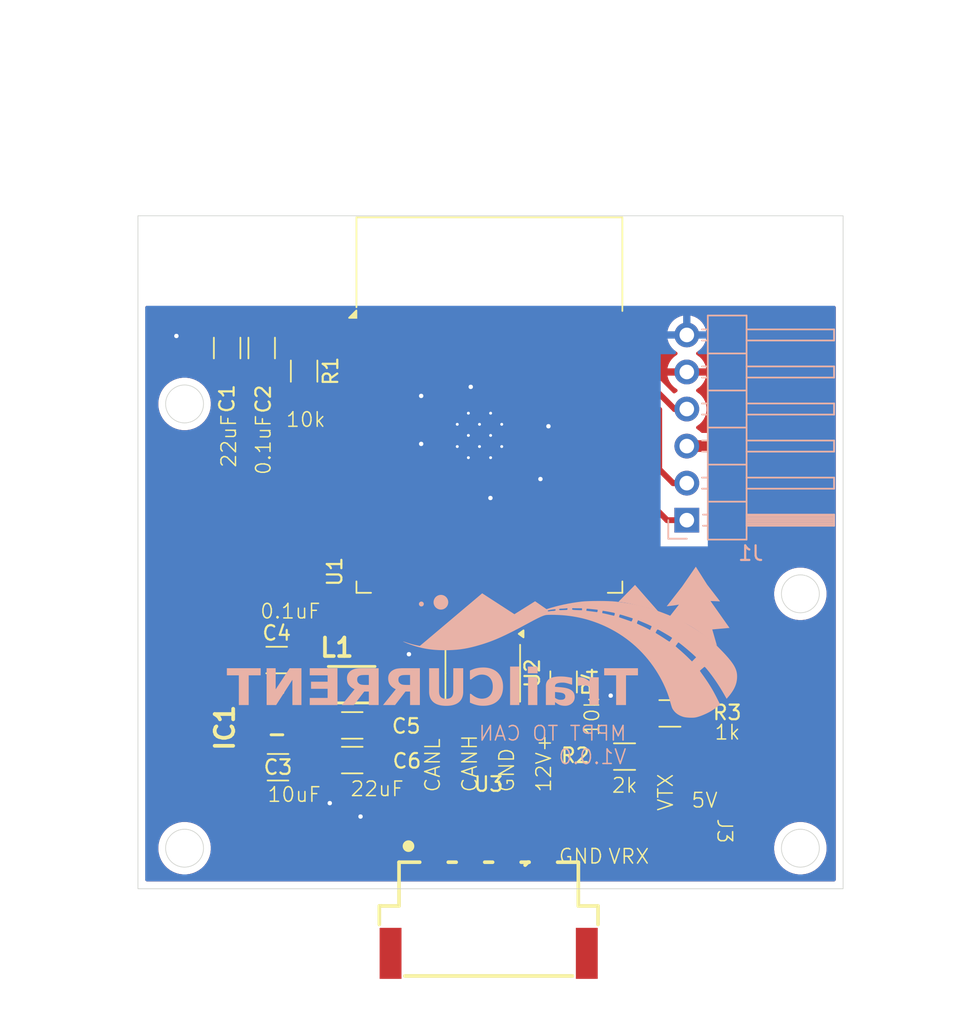
<source format=kicad_pcb>
(kicad_pcb (version 20241229) (generator "pcbnew") (generator_version "9.0")
  (layers (0 "F.Cu" signal) (2 "B.Cu" signal) (13 "F.Paste" user) (15 "B.Paste" user) (5 "F.SilkS" user "F.Silkscreen") (7 "B.SilkS" user "B.Silkscreen") (1 "F.Mask" user) (3 "B.Mask" user) (25 "Edge.Cuts" user))
  (net 0 "")
  (net 1 "+3.3V")
  (net 2 "GND")
  (net 3 "+12V")
  (net 4 "Net-(IC1-SW)")
  (net 5 "Net-(IC1-BST)")
  (net 6 "ESP32_TX")
  (net 7 "EN")
  (net 8 "IO0")
  (net 9 "ESP32_RX")
  (net 10 "CANL")
  (net 11 "CANH")
  (net 12 "SHUNT_DATA")
  (net 13 "SHUNT_RX")
  (net 14 "/Connectivity/SHUNT_PWR")
  (net 15 "Net-(U2-Rs)")
  (net 16 "CAN_RX")
  (net 17 "CAN_TX")
  (net 46 "Net-(R2-Pad2)")
  (footprint "Resistor_SMD:R_1206_3216Metric_Pad1.30x1.75mm_HandSolder" (layer "F.Cu") (at 151.55 108.2)
    (property "Reference" "R2")
    (property "Value" "2k")
  )
  (footprint "Capacitor_SMD:C_1206_3216Metric_Pad1.33x1.80mm_HandSolder" (layer "F.Cu") (at 132.87 106.06 180)
    (property "Reference" "C5")
    (property "Value" "22uF")
  )
  (footprint "CustomLibraries:CAN_PLUS_POWER" (layer "F.Cu") (at 151.086 115.7965 90)
    (property "Reference" "J2" (hide yes))
    (property "Value" "Conn_01x04")
  )
  (footprint "Package_SO:SOIC-8_3.9x4.9mm_P1.27mm" (layer "F.Cu") (at 141.825 102.485 -90)
    (property "Reference" "U2")
    (property "Value" "SN65HVD230")
  )
  (footprint "Resistor_SMD:R_1206_3216Metric_Pad1.30x1.75mm_HandSolder" (layer "F.Cu") (at 147.37 103.08 -90)
    (property "Reference" "R4")
    (property "Value" "10k")
  )
  (footprint "Capacitor_SMD:C_1206_3216Metric" (layer "F.Cu") (at 127.7775 108.93)
    (property "Reference" "C3")
    (property "Value" "10uF")
  )
  (footprint "Capacitor_SMD:C_1206_3216Metric" (layer "F.Cu") (at 127.6875 101.58)
    (property "Reference" "C4")
    (property "Value" "100nF")
  )
  (footprint "Connector:GenericPad_01x04" (layer "F.Cu") (at 144.19 108.17 -90)
    (property "Reference" "J3")
    (property "Value" "Conn_01x04")
  )
  (footprint "CustomLibraries:AP63203WU7" (layer "F.Cu") (at 127.7075 105.254 -90)
    (property "Reference" "IC1")
    (property "Value" "AP63203WU-7" (hide yes))
  )
  (footprint "Capacitor_SMD:C_1206_3216Metric_Pad1.33x1.80mm_HandSolder" (layer "F.Cu") (at 132.87 108.44 180)
    (property "Reference" "C6")
    (property "Value" "22uF")
  )
  (footprint "Capacitor_SMD:C_1206_3216Metric_Pad1.33x1.80mm_HandSolder" (layer "F.Cu") (at 124.29 80.1875 90)
    (property "Reference" "C1")
    (property "Value" "22uF")
  )
  (footprint "RF_Module:ESP32-WROOM-32" (layer "F.Cu") (at 142.28 87.09)
    (property "Reference" "U1")
    (property "Value" "ESP32-WROOM-32")
  )
  (footprint "easyeda2kicad:CONN-SMD_4P-P2.50-WAFER-254W-4P" (layer "F.Cu") (at 142.23 117.89)
    (property "Reference" "U3")
    (property "Value" "ZX-XH2.54-4PWT")
  )
  (footprint "Resistor_SMD:R_1206_3216Metric_Pad1.30x1.75mm_HandSolder" (layer "F.Cu") (at 129.57 81.77 -90)
    (property "Reference" "R1")
    (property "Value" "10k")
  )
  (footprint "Resistor_SMD:R_1206_3216Metric_Pad1.30x1.75mm_HandSolder" (layer "F.Cu") (at 154.66 105.24)
    (property "Reference" "R3")
    (property "Value" "1k")
  )
  (footprint "Inductor_SMD:NLV32T-3R9J-EF" (layer "F.Cu") (at 132.8325 103.27)
    (property "Reference" "L1")
    (property "Value" "NLV32T-3R9J-EF (3.9uH)" (hide yes))
  )
  (footprint "Capacitor_SMD:C_1206_3216Metric_Pad1.33x1.80mm_HandSolder" (layer "F.Cu") (at 126.66 80.1875 90)
    (property "Reference" "C2")
    (property "Value" "0.1uF")
  )
  (footprint "Connector_PinHeader_2.54mm:PinHeader_1x06_P2.54mm_Horizontal" (layer "B.Cu") (at 155.82 91.99)
    (property "Reference" "J1")
    (property "Value" "Conn_01x06")
  )
  (gr_poly (pts (xy 139.80215 103.716186) (xy 139.801701 103.748537) (xy 139.800357 103.77984) (xy 139.798116 103.810097) (xy 139.794979 103.839306) (xy 139.790946 103.867468) (xy 139.786017 103.894582) (xy 139.780191 103.92065) (xy 139.773469 103.94567) (xy 139.765851 103.969643) (xy 139.757336 103.992569) (xy 139.747926 104.014448) (xy 139.737619 104.035279) (xy 139.726416 104.055064) (xy 139.714317 104.073801) (xy 139.701322 104.091491) (xy 139.68743 104.108133) (xy 139.672532 104.123748) (xy 139.656518 104.138356) (xy 139.639386 104.151957) (xy 139.621138 104.164549) (xy 139.601772 104.176135) (xy 139.58129 104.186713) (xy 139.559691 104.196283) (xy 139.536975 104.204846) (xy 139.513143 104.212402) (xy 139.488193 104.21895) (xy 139.462127 104.224491) (xy 139.434944 104.229024) (xy 139.406644 104.23255) (xy 139.377227 104.235068) (xy 139.346694 104.23658) (xy 139.315043 104.237083) (xy 139.283813 104.236599) (xy 139.253658 104.235148) (xy 139.224579 104.232729) (xy 139.196575 104.229342) (xy 139.169646 104.224988) (xy 139.143794 104.219665) (xy 139.119016 104.213376) (xy 139.095314 104.206118) (xy 139.072688 104.197893) (xy 139.051137 104.1887) (xy 139.030662 104.17854) (xy 139.011262 104.167412) (xy 138.992938 104.155316) (xy 138.975689 104.142252) (xy 138.959516 104.128221) (xy 138.944419 104.113222) (xy 138.9301 104.097156) (xy 138.916705 104.079923) (xy 138.904233 104.061524) (xy 138.892686 104.041959) (xy 138.882062 104.021227) (xy 138.872362 103.999328) (xy 138.863586 103.976263) (xy 138.855733 103.952032) (xy 138.848805 103.926634) (xy 138.8428 103.900069) (xy 138.837719 103.872338) (xy 138.833561 103.84344) (xy 138.830328 103.813376) (xy 138.828018 103.782145) (xy 138.826633 103.749748) (xy 138.826171 103.716184) (xy 138.826171 102.139919) (xy 138.144927 102.139919) (xy 138.144931 103.751818) (xy 138.146089 103.8095) (xy 138.149563 103.865472) (xy 138.155354 103.919734) (xy 138.163462 103.972287) (xy 138.173885 104.023129) (xy 138.186625 104.072262) (xy 138.201682 104.119684) (xy 138.219055 104.165397) (xy 138.238744 104.209399) (xy 138.260749 104.251692) (xy 138.285071 104.292274) (xy 138.31171 104.331147) (xy 138.340665 104.36831) (xy 138.371936 104.403762) (xy 138.405524 104.437505) (xy 138.441428 104.469538) (xy 138.479587 104.499741) (xy 138.519938 104.527995) (xy 138.562481 104.554301) (xy 138.607216 104.578658) (xy 138.654144 104.601067) (xy 138.703265 104.621527) (xy 138.754577 104.640039) (xy 138.808082 104.656602) (xy 138.863779 104.671217) (xy 138.921669 104.683883) (xy 138.98175 104.6946) (xy 139.044024 104.703369) (xy 139.108491 104.710189) (xy 139.175149 104.715061) (xy 139.244 104.717983) (xy 139.315043 104.718958) (xy 139.386086 104.717983) (xy 139.454937 104.715061) (xy 139.521595 104.710189) (xy 139.586062 104.703369) (xy 139.648335 104.6946) (xy 139.708417 104.683883) (xy 139.766306 104.671217) (xy 139.822003 104.656602) (xy 139.875507 104.640039) (xy 139.926819 104.621527) (xy 139.975939 104.601067) (xy 140.022867 104.578658) (xy 140.067602 104.554301) (xy 140.110145 104.527995) (xy 140.150496 104.499741) (xy 140.188655 104.469538) (xy 140.224345 104.437512) (xy 140.257734 104.403789) (xy 140.288819 104.368369) (xy 140.317602 104.331253) (xy 140.344082 104.29244) (xy 140.368259 104.251931) (xy 140.390134 104.209724) (xy 140.409706 104.165821) (xy 140.426976 104.120222) (xy 140.441943 104.072925) (xy 140.454607 104.023932) (xy 140.464969 103.973242) (xy 140.473028 103.920855) (xy 140.478784 103.866772) (xy 140.482238 103.810992) (xy 140.48339 103.753515) (xy 140.48339 102.139919) (xy 139.80215 102.139919)) (stroke (width -0.000001)) (fill yes) (layer "B.SilkS"))
  (gr_poly (pts (xy 124.271239 102.62858) (xy 125.091906 102.62858) (xy 125.091906 104.666359) (xy 125.769618 104.666359) (xy 125.769618 102.62858) (xy 126.590285 102.62858) (xy 126.590285 102.139919) (xy 124.271239 102.139919)) (stroke (width -0.000001)) (fill yes) (layer "B.SilkS"))
  (gr_poly (pts (xy 136.317535 102.140317) (xy 136.262355 102.14151) (xy 136.209216 102.143498) (xy 136.158118 102.146282) (xy 136.10906 102.149861) (xy 136.062043 102.154236) (xy 136.017067 102.159406) (xy 135.974131 102.165371) (xy 135.953256 102.168784) (xy 135.932546 102.172662) (xy 135.912001 102.177003) (xy 135.891622 102.181808) (xy 135.871408 102.187077) (xy 135.85136 102.19281) (xy 135.831477 102.199007) (xy 135.81176 102.205668) (xy 135.792209 102.212793) (xy 135.772823 102.220382) (xy 135.753602 102.228435) (xy 135.734547 102.236951) (xy 135.715658 102.245932) (xy 135.696934 102.255377) (xy 135.678376 102.265285) (xy 135.659983 102.275658) (xy 135.641693 102.286461) (xy 135.623886 102.297662) (xy 135.606561 102.309261) (xy 135.589718 102.321258) (xy 135.573358 102.333652) (xy 135.557481 102.346444) (xy 135.542087 102.359633) (xy 135.527175 102.37322) (xy 135.512745 102.387205) (xy 135.498799 102.401588) (xy 135.485335 102.416368) (xy 135.472353 102.431546) (xy 135.459854 102.447122) (xy 135.447838 102.463095) (xy 135.436305 102.479466) (xy 135.425254 102.496235) (xy 135.414568 102.513262) (xy 135.404571 102.530832) (xy 135.395264 102.548946) (xy 135.386646 102.567604) (xy 135.378718 102.586805) (xy 135.371479 102.606549) (xy 135.36493 102.626837) (xy 135.35907 102.647668) (xy 135.353899 102.669043) (xy 135.349418 102.690962) (xy 135.345626 102.713424) (xy 135.342524 102.736429) (xy 135.340111 102.759978) (xy 135.338387 102.78407) (xy 135.337353 102.808706) (xy 135.337008 102.833885) (xy 135.337539 102.868476) (xy 135.339132 102.902258) (xy 135.341786 102.935231) (xy 135.345502 102.967396) (xy 135.35028 102.998753) (xy 135.356119 103.029301) (xy 135.36302 103.05904) (xy 135.370983 103.087971) (xy 135.380007 103.116093) (xy 135.390094 103.143406) (xy 135.401242 103.169911) (xy 135.413451 103.195607) (xy 135.426723 103.220495) (xy 135.441056 103.244574) (xy 135.45645 103.267844) (xy 135.472907 103.290306) (xy 135.490128 103.312132) (xy 135.508259 103.333493) (xy 135.527301 103.354391) (xy 135.547252 103.374825) (xy 135.568113 103.394795) (xy 135.589885 103.4143) (xy 135.612566 103.433342) (xy 135.636157 103.45192) (xy 135.660659 103.470034) (xy 135.68607 103.487684) (xy 135.712392 103.50487) (xy 135.739623 103.521592) (xy 135.767765 103.53785) (xy 135.796816 103.553644) (xy 135.826778 103.568975) (xy 135.85765 103.583841) (xy 134.980506 104.666359) (xy 135.80823 104.666359) (xy 136.524772 103.73994) (xy 136.837153 103.73994) (xy 136.837153 104.666359) (xy 137.511336 104.666359) (xy 137.511336 103.285215) (xy 136.837153 103.285215) (xy 136.628901 103.285215) (xy 136.589136 103.284977) (xy 136.551026 103.284261) (xy 136.51457 103.283068) (xy 136.479768 103.281397) (xy 136.446621 103.27925) (xy 136.415129 103.276625) (xy 136.385291 103.273523) (xy 136.357108 103.269943) (xy 136.343569 103.267882) (xy 136.330305 103.265516) (xy 136.317317 103.262845) (xy 136.304605 103.259869) (xy 136.292168 103.256589) (xy 136.280007 103.253003) (xy 136.268122 103.249113) (xy 136.256512 103.244918) (xy 136.245178 103.240417) (xy 136.23412 103.235612) (xy 136.223337 103.230502) (xy 136.21283 103.225087) (xy 136.202599 103.219367) (xy 136.192644 103.213343) (xy 136.182964 103.207013) (xy 136.17356 103.200378) (xy 136.164888 103.193764) (xy 136.156518 103.187069) (xy 136.148453 103.180295) (xy 136.14069 103.173442) (xy 136.133231 103.166509) (xy 136.126076 103.159497) (xy 136.119223 103.152405) (xy 136.112674 103.145234) (xy 136.106428 103.137983) (xy 136.100486 103.130652) (xy 136.094847 103.123243) (xy 136.089511 103.115753) (xy 136.084478 103.108184) (xy 136.079749 103.100536) (xy 136.075323 103.092808) (xy 136.0712 103.085001) (xy 136.06714 103.076776) (xy 136.063341 103.068219) (xy 136.059805 103.059331) (xy 136.05653 103.050112) (xy 136.053518 103.040561) (xy 136.050767 103.030679) (xy 136.048278 103.020465) (xy 136.046052 103.00992) (xy 136.044087 102.999044) (xy 136.042384 102.987836) (xy 136.040944 102.976297) (xy 136.039765 102.964426) (xy 136.038848 102.952224) (xy 136.038193 102.939691) (xy 136.0378 102.926826) (xy 136.037669 102.913629) (xy 136.037828 102.901859) (xy 136.038303 102.8903) (xy 136.039096 102.878953) (xy 136.040206 102.867818) (xy 136.041633 102.856896) (xy 136.043377 102.846185) (xy 136.045439 102.835687) (xy 136.047817 102.8254) (xy 136.050513 102.815326) (xy 136.053525 102.805464) (xy 136.056855 102.795813) (xy 136.060502 102.786375) (xy 136.064466 102.777149) (xy 136.068747 102.768135) (xy 136.073346 102.759333) (xy 136.078261 102.750744) (xy 136.083563 102.742373) (xy 136.089319 102.734227) (xy 136.095531 102.726307) (xy 136.102197 102.718612) (xy 136.109319 102.711142) (xy 136.116895 102.703898) (xy 136.124927 102.696879) (xy 136.133413 102.690086) (xy 136.142355 102.683517) (xy 136.151751 102.677174) (xy 136.161602 102.671057) (xy 136.171909 102.665164) (xy 136.18267 102.659497) (xy 136.193887 102.654056) (xy 136.205558 102.648839) (xy 136.217685 102.643848) (xy 136.226378 102.640541) (xy 136.235251 102.637406) (xy 136.244303 102.634443) (xy 136.253534 102.631653) (xy 136.262944 102.629035) (xy 136.272534 102.626589) (xy 136.282303 102.624316) (xy 136.292251 102.622215) (xy 136.302378 102.620286) (xy 136.312685 102.61853) (xy 136.333835 102.615534) (xy 136.355703 102.613227) (xy 136.378287 102.61161) (xy 136.4017 102.61002) (xy 136.42605 102.608641) (xy 136.477562 102.606521) (xy 136.532825 102.605248) (xy 136.591838 102.604824) (xy 136.837153 102.604824) (xy 136.837153 103.285215) (xy 137.511336 103.285215) (xy 137.511336 102.139919) (xy 136.374755 102.139919)) (stroke (width -0.000001)) (fill yes) (layer "B.SilkS"))
  (gr_poly (pts (xy 150.151385 102.628578) (xy 150.972054 102.628578) (xy 150.972054 104.666357) (xy 151.649767 104.666357) (xy 151.649767 102.628578) (xy 152.470434 102.628578) (xy 152.470434 102.139919) (xy 150.151385 102.139919)) (stroke (width -0.000001)) (fill yes) (layer "B.SilkS"))
  (gr_poly (pts (xy 144.932647 104.666357) (xy 145.568002 104.666357) (xy 145.568002 102.760923) (xy 144.932647 102.760923)) (stroke (width -0.000001)) (fill yes) (layer "B.SilkS"))
  (gr_poly (pts (xy 151.12929 97.588515) (xy 151.305037 97.61022) (xy 151.45856 97.630853) (xy 151.532438 97.641719) (xy 151.597042 97.65223) (xy 151.705683 97.671928) (xy 151.814084 97.692919) (xy 152.030269 97.738115) (xy 152.2458 97.7865) (xy 152.460879 97.836757) (xy 152.656354 97.883636) (xy 152.851391 97.932368) (xy 153.045748 97.983671) (xy 153.239184 98.038261) (xy 153.424177 98.095766) (xy 153.627603 98.16268) (xy 153.859438 98.241255) (xy 152.268616 96.428098)) (stroke (width -0.000001)) (fill yes) (layer "B.SilkS"))
  (gr_poly (pts (xy 149.418441 97.532195) (xy 149.095743 97.540068) (xy 148.815908 97.553247) (xy 148.599517 97.571738) (xy 148.287722 97.612391) (xy 147.979727 97.65979) (xy 147.675474 97.713954) (xy 147.374904 97.774902) (xy 147.077958 97.842652) (xy 146.784576 97.917224) (xy 146.4947 97.998638) (xy 146.20827 98.086911) (xy 145.925228 98.182062) (xy 145.645514 98.284112) (xy 145.36907 98.393079) (xy 145.095837 98.508982) (xy 144.825755 98.631839) (xy 144.558765 98.761671) (xy 144.294809 98.898495) (xy 144.033828 99.042332) (xy 143.728742 99.212061) (xy 143.427615 99.372539) (xy 143.130362 99.523799) (xy 142.836896 99.665871) (xy 142.54713 99.798787) (xy 142.260978 99.922579) (xy 141.978354 100.037277) (xy 141.699171 100.142915) (xy 141.423343 100.239522) (xy 141.150783 100.32713) (xy 140.881406 100.405772) (xy 140.615124 100.475478) (xy 140.351851 100.53628) (xy 140.091501 100.58821) (xy 139.833988 100.631298) (xy 139.579224 100.665577) (xy 139.382275 100.68614) (xy 139.185547 100.70138) (xy 138.989224 100.711313) (xy 138.793489 100.715959) (xy 138.598525 100.715336) (xy 138.404516 100.709461) (xy 138.211646 100.698353) (xy 138.020096 100.68203) (xy 137.830052 100.66051) (xy 137.641696 100.633812) (xy 137.455212 100.601954) (xy 137.270782 100.564953) (xy 137.088591 100.522829) (xy 136.908821 100.475598) (xy 136.731657 100.42328) (xy 136.55728 100.365892) (xy 136.517785 100.352424) (xy 136.480629 100.340171) (xy 136.446647 100.329378) (xy 136.416674 100.320292) (xy 136.391546 100.313158) (xy 136.372099 100.308222) (xy 136.359167 100.30573) (xy 136.355406 100.305478) (xy 136.353587 100.305929) (xy 136.353555 100.307157) (xy 136.355212 100.309021) (xy 136.363305 100.314531) (xy 136.377294 100.322216) (xy 136.396603 100.331833) (xy 136.448887 100.355892) (xy 136.515562 100.384762) (xy 136.592035 100.416497) (xy 136.673712 100.449154) (xy 136.755998 100.480787) (xy 136.8343 100.509451) (xy 137.128121 100.607693) (xy 137.271846 100.651035) (xy 137.414147 100.690641) (xy 137.555547 100.7266) (xy 137.696573 100.758999) (xy 137.837747 100.787927) (xy 137.979594 100.81347) (xy 138.122639 100.835718) (xy 138.267405 100.854758) (xy 138.414418 100.870679) (xy 138.564202 100.883567) (xy 138.71728 100.893511) (xy 138.874178 100.9006) (xy 139.201529 100.906561) (xy 139.493062 100.903383) (xy 139.769258 100.892318) (xy 140.034228 100.872835) (xy 140.292081 100.8444) (xy 140.546927 100.806483) (xy 140.802878 100.758552) (xy 141.064041 100.700075) (xy 141.334529 100.63052) (xy 141.744818 100.512422) (xy 141.942205 100.450171) (xy 142.137134 100.384596) (xy 142.33164 100.314805) (xy 142.527759 100.239909) (xy 142.727525 100.159014) (xy 142.932973 100.071229) (xy 143.14614 99.975664) (xy 143.36906 99.871427) (xy 143.8523 99.63337) (xy 144.398975 99.349928) (xy 145.025367 99.013969) (xy 145.25528 98.890404) (xy 145.454148 98.786336) (xy 145.625025 98.700374) (xy 145.770963 98.631124) (xy 145.895015 98.577193) (xy 146.000232 98.537189) (xy 146.089668 98.50972) (xy 146.129422 98.50025) (xy 146.166375 98.493391) (xy 146.206638 98.488742) (xy 146.261589 98.484999) (xy 146.329644 98.482188) (xy 146.409218 98.480335) (xy 146.498727 98.479466) (xy 146.596585 98.479605) (xy 146.701208 98.480778) (xy 146.811011 98.483011) (xy 147.051518 98.49196) (xy 147.2894 98.506841) (xy 147.524766 98.527683) (xy 147.757728 98.554511) (xy 147.988394 98.587353) (xy 148.216875 98.626234) (xy 148.443281 98.671183) (xy 148.667722 98.722224) (xy 148.890309 98.779385) (xy 149.111151 98.842693) (xy 149.330358 98.912174) (xy 149.548042 98.987855) (xy 149.764311 99.069763) (xy 149.979275 99.157924) (xy 150.193046 99.252364) (xy 150.405733 99.353111) (xy 150.670348 99.4886) (xy 150.928927 99.632898) (xy 151.181334 99.785881) (xy 151.427436 99.947426) (xy 151.667097 100.11741) (xy 151.900183 100.295708) (xy 152.126559 100.482196) (xy 152.346091 100.676752) (xy 152.558644 100.87925) (xy 152.764083 101.089569) (xy 152.962275 101.307583) (xy 153.153083 101.533169) (xy 153.336374 101.766204) (xy 153.512012 102.006563) (xy 153.679864 102.254123) (xy 153.839795 102.50876) (xy 153.970688 102.733426) (xy 154.094666 102.962248) (xy 154.210872 103.193311) (xy 154.318454 103.424699) (xy 154.416556 103.654497) (xy 154.504325 103.88079) (xy 154.580905 104.101661) (xy 154.645444 104.315195) (xy 154.73731 104.640733) (xy 154.769633 104.747468) (xy 154.796638 104.827023) (xy 154.809026 104.858992) (xy 154.821141 104.887028) (xy 154.833334 104.912084) (xy 154.845959 104.935115) (xy 154.873909 104.978916) (xy 154.907807 105.026062) (xy 154.937718 105.065005) (xy 154.968924 105.102306) (xy 155.001487 105.138003) (xy 155.035465 105.172138) (xy 155.070922 105.204752) (xy 155.107916 105.235886) (xy 155.146509 105.26558) (xy 155.186761 105.293875) (xy 155.228733 105.320812) (xy 155.272487 105.346431) (xy 155.318081 105.370774) (xy 155.365578 105.393881) (xy 155.415038 105.415793) (xy 155.466522 105.43655) (xy 155.52009 105.456194) (xy 155.575803 105.474766) (xy 155.612171 105.484961) (xy 155.654094 105.494336) (xy 155.700825 105.502852) (xy 155.751619 105.510469) (xy 155.80573 105.517149) (xy 155.86241 105.522854) (xy 155.980498 105.531184) (xy 156.099913 105.535148) (xy 156.214688 105.534438) (xy 156.26847 105.532234) (xy 156.318853 105.528746) (xy 156.365092 105.523934) (xy 156.40644 105.517761) (xy 156.406439 105.517757) (xy 156.406439 105.517752) (xy 156.406439 105.517742) (xy 156.406438 105.517731) (xy 156.406438 105.517726) (xy 156.406438 105.517721) (xy 156.464669 105.505922) (xy 156.527612 105.490478) (xy 156.594628 105.471656) (xy 156.665077 105.449724) (xy 156.738322 105.424949) (xy 156.813724 105.397597) (xy 156.968445 105.336233) (xy 157.124131 105.267768) (xy 157.275675 105.194339) (xy 157.348297 105.156431) (xy 157.417968 105.118083) (xy 157.484049 105.079562) (xy 157.545901 105.041136) (xy 157.635232 104.982158) (xy 157.728521 104.917946) (xy 157.820879 104.852165) (xy 157.907413 104.788479) (xy 157.983232 104.730551) (xy 158.043444 104.682045) (xy 158.083158 104.646626) (xy 158.0938 104.634969) (xy 158.097483 104.627958) (xy 158.094087 104.615775) (xy 158.084319 104.591745) (xy 158.048182 104.513115) (xy 157.994108 104.402006) (xy 157.92713 104.268355) (xy 157.852285 104.122099) (xy 157.774607 103.973175) (xy 157.699131 103.83152) (xy 157.630892 103.707071) (xy 157.558326 103.580486) (xy 157.4782 103.446468) (xy 157.391838 103.30706) (xy 157.300565 103.1643) (xy 157.205703 103.020231) (xy 157.108579 102.876893) (xy 157.010516 102.736327) (xy 156.912838 102.600572) (xy 156.837962 102.496874) (xy 156.776646 102.409408) (xy 156.75305 102.37464) (xy 156.735216 102.347382) (xy 156.723936 102.328785) (xy 156.721001 102.323094) (xy 156.72 102.32) (xy 156.720167 102.318991) (xy 156.720663 102.317719) (xy 156.721479 102.316192) (xy 156.722607 102.314416) (xy 156.725768 102.310153) (xy 156.73008 102.304995) (xy 156.735478 102.299004) (xy 156.741895 102.292243) (xy 156.749266 102.284777) (xy 156.757527 102.276669) (xy 156.766611 102.267981) (xy 156.776452 102.258779) (xy 156.786986 102.249124) (xy 156.798147 102.23908) (xy 156.80987 102.228712) (xy 156.822088 102.218081) (xy 156.834737 102.207253) (xy 156.84775 102.196289) (xy 157.011378 102.059561) (xy 157.014314 102.057226) (xy 157.017222 102.055172) (xy 157.020125 102.053418) (xy 157.023045 102.051981) (xy 157.026004 102.05088) (xy 157.029024 102.050132) (xy 157.032128 102.049756) (xy 157.035338 102.049768) (xy 157.038676 102.050189) (xy 157.042165 102.051034) (xy 157.045826 102.052323) (xy 157.049682 102.054073) (xy 157.053755 102.056302) (xy 157.058068 102.059028) (xy 157.062642 102.06227) (xy 157.0675 102.066044) (xy 157.072665 102.07037) (xy 157.078157 102.075265) (xy 157.084001 102.080747) (xy 157.090217 102.086834) (xy 157.096828 102.093544) (xy 157.103856 102.100895) (xy 157.111324 102.108904) (xy 157.119254 102.117591) (xy 157.136589 102.137068) (xy 157.156037 102.159468) (xy 157.177778 102.184935) (xy 157.201989 102.213613) (xy 157.343357 102.387331) (xy 157.490279 102.578411) (xy 157.640376 102.783386) (xy 157.79127 102.99879) (xy 157.940583 103.221154) (xy 158.085939 103.447011) (xy 158.224958 103.672895) (xy 158.355263 103.895336) (xy 158.550432 104.237728) (xy 158.636089 104.139726) (xy 158.711442 104.051358) (xy 158.781578 103.964588) (xy 158.84659 103.879223) (xy 158.906569 103.795067) (xy 158.961608 103.711925) (xy 159.011799 103.629604) (xy 159.057236 103.547908) (xy 159.098009 103.466642) (xy 159.134211 103.385613) (xy 159.165935 103.304624) (xy 159.193273 103.223482) (xy 159.216318 103.141992) (xy 159.235161 103.059959) (xy 159.249896 102.977188) (xy 159.260614 102.893485) (xy 159.267407 102.808655) (xy 159.270382 102.700193) (xy 159.26634 102.594735) (xy 159.261495 102.542806) (xy 159.254663 102.491237) (xy 159.245768 102.439897) (xy 159.234732 102.388656) (xy 159.221477 102.337383) (xy 159.205927 102.285949) (xy 159.188004 102.234223) (xy 159.16763 102.182074) (xy 159.144729 102.129372) (xy 159.119222 102.075986) (xy 159.060084 101.966643) (xy 158.989596 101.853003) (xy 158.907139 101.734021) (xy 158.812096 101.608655) (xy 158.703846 101.475861) (xy 158.630617 101.391121) (xy 156.458871 101.391121) (xy 156.317914 101.533342) (xy 156.218077 101.633786) (xy 156.175983 101.675564) (xy 156.152831 101.653212) (xy 156.090516 101.592353) (xy 155.886399 101.392292) (xy 155.82287 101.330682) (xy 155.75287 101.264109) (xy 155.602653 101.124501) (xy 155.454144 100.990327) (xy 155.386279 100.930548) (xy 155.32574 100.87845) (xy 155.220108 100.787711) (xy 155.133605 100.711096) (xy 155.100316 100.680606) (xy 155.075157 100.656674) (xy 155.059243 100.640307) (xy 155.055102 100.635276) (xy 155.053691 100.632515) (xy 155.055431 100.627795) (xy 155.060383 100.618871) (xy 155.078299 100.590687) (xy 155.1042 100.55251) (xy 155.134844 100.508888) (xy 155.166994 100.46437) (xy 155.197408 100.423501) (xy 155.222846 100.390831) (xy 155.232687 100.378991) (xy 155.240069 100.370907) (xy 155.243981 100.370841) (xy 155.251857 100.374248) (xy 155.278679 100.390805) (xy 155.31888 100.419216) (xy 155.370806 100.458119) (xy 155.503213 100.561959) (xy 155.662663 100.691437) (xy 155.83592 100.835662) (xy 156.009747 100.983746) (xy 156.170907 101.124799) (xy 156.306164 101.247932) (xy 156.458871 101.391121) (xy 158.630617 101.391121) (xy 158.581771 101.334597) (xy 158.445251 101.18382) (xy 158.293668 101.022486) (xy 158.126403 100.849552) (xy 157.893067 100.611921) (xy 157.813095 100.532) (xy 157.748178 100.469167) (xy 157.691258 100.416794) (xy 157.635278 100.368252) (xy 157.573182 100.316909) (xy 157.497911 100.256138) (xy 157.311174 100.105295) (xy 157.252987 100.060123) (xy 154.809298 100.060123) (xy 154.808831 100.062993) (xy 154.807468 100.067012) (xy 154.802277 100.07817) (xy 154.794176 100.092949) (xy 154.783615 100.1107) (xy 154.756919 100.152525) (xy 154.725794 100.198455) (xy 154.693845 100.243302) (xy 154.664678 100.281877) (xy 154.652265 100.297191) (xy 154.641898 100.308992) (xy 154.63403 100.316629) (xy 154.631173 100.318685) (xy 154.62911 100.319456) (xy 154.626243 100.318562) (xy 154.620542 100.315755) (xy 154.601249 100.304793) (xy 154.572462 100.287348) (xy 154.535412 100.264199) (xy 154.491327 100.236123) (xy 154.44144 100.203898) (xy 154.386979 100.168302) (xy 154.329175 100.130113) (xy 154.204312 100.048187) (xy 154.076041 99.965711) (xy 153.959441 99.892288) (xy 153.869592 99.837517) (xy 153.83457 99.816574) (xy 153.801456 99.796321) (xy 153.771005 99.777252) (xy 153.743974 99.759861) (xy 153.72112 99.744643) (xy 153.703198 99.732092) (xy 153.690966 99.722702) (xy 153.687219 99.719347) (xy 153.685179 99.716968) (xy 153.684388 99.714653) (xy 153.684246 99.711397) (xy 153.68472 99.707261) (xy 153.685775 99.702309) (xy 153.68949 99.690204) (xy 153.695118 99.675582) (xy 153.702385 99.658941) (xy 153.711017 99.640782) (xy 153.72074 99.621603) (xy 153.731281 99.601904) (xy 153.742364 99.582185) (xy 153.753717 99.562944) (xy 153.765065 99.544681) (xy 153.776135 99.527896) (xy 153.786652 99.513087) (xy 153.796342 99.500755) (xy 153.804932 99.491398) (xy 153.808729 99.487991) (xy 153.812148 99.485515) (xy 153.814559 99.484559) (xy 153.817793 99.484195) (xy 153.821889 99.484446) (xy 153.826891 99.485334) (xy 153.83284 99.486883) (xy 153.839777 99.489114) (xy 153.856784 99.495717) (xy 153.878246 99.505323) (xy 153.904497 99.518113) (xy 153.93587 99.534269) (xy 153.972699 99.553973) (xy 154.015319 99.577404) (xy 154.064062 99.604746) (xy 154.181254 99.671881) (xy 154.326946 99.756829) (xy 154.503808 99.861038) (xy 154.565175 99.897701) (xy 154.622424 99.932633) (xy 154.674304 99.965016) (xy 154.719561 99.994034) (xy 154.756941 100.01887) (xy 154.785193 100.038708) (xy 154.803063 100.052732) (xy 154.807713 100.057307) (xy 154.809298 100.060123) (xy 157.252987 100.060123) (xy 157.124974 99.960743) (xy 156.938141 99.821664) (xy 156.749504 99.687243) (xy 156.557892 99.556663) (xy 156.362135 99.429109) (xy 156.161061 99.303765) (xy 156.097761 99.265964) (xy 153.409598 99.265964) (xy 153.409315 99.267507) (xy 153.408484 99.270262) (xy 153.40529 99.279142) (xy 153.400241 99.292062) (xy 153.39356 99.308479) (xy 153.385472 99.32785) (xy 153.3762 99.349633) (xy 153.365968 99.373286) (xy 153.355 99.398266) (xy 153.300402 99.521721) (xy 153.116163 99.422426) (xy 153.073938 99.400144) (xy 153.024465 99.374842) (xy 152.91099 99.318686) (xy 152.790166 99.260969) (xy 152.676422 99.208704) (xy 152.575839 99.16297) (xy 152.49085 99.123036) (xy 152.430411 99.093198) (xy 152.412196 99.083408) (xy 152.403477 99.077753) (xy 152.402641 99.07677) (xy 152.401931 99.075532) (xy 152.401344 99.074045) (xy 152.40088 99.072318) (xy 152.400536 99.070359) (xy 152.400311 99.068174) (xy 152.400209 99.06316) (xy 152.400562 99.057338) (xy 152.401355 99.05077) (xy 152.402575 99.043517) (xy 152.404206 99.035641) (xy 152.406237 99.027204) (xy 152.408653 99.018267) (xy 152.411439 99.008892) (xy 152.414583 98.99914) (xy 152.418071 98.989074) (xy 152.421888 98.978753) (xy 152.42602 98.968242) (xy 152.430455 98.9576) (xy 152.474876 98.853968) (xy 152.581203 98.8964) (xy 152.85234 99.008471) (xy 153.121356 99.125522) (xy 153.327395 99.220403) (xy 153.387779 99.251045) (xy 153.403985 99.260682) (xy 153.409598 99.265964) (xy 156.097761 99.265964) (xy 155.9535 99.179815) (xy 155.854578 99.122334) (xy 155.765938 99.071422) (xy 155.697328 99.03249) (xy 155.658496 99.010948) (xy 155.441576 98.894586) (xy 155.372843 98.859093) (xy 155.283076 98.815079) (xy 155.108471 98.730373) (xy 152.112835 98.730373) (xy 152.112716 98.733981) (xy 152.112149 98.738497) (xy 152.111153 98.743864) (xy 152.109744 98.750021) (xy 152.107942 98.756909) (xy 152.105762 98.764469) (xy 152.103225 98.77264) (xy 152.100346 98.781365) (xy 152.097144 98.790583) (xy 152.093638 98.800235) (xy 152.089844 98.810262) (xy 152.08578 98.820604) (xy 152.081465 98.831201) (xy 152.076916 98.841995) (xy 152.07031 98.857152) (xy 152.064126 98.870771) (xy 152.058314 98.882907) (xy 152.05282 98.893614) (xy 152.047595 98.902947) (xy 152.042586 98.910959) (xy 152.037742 98.917706) (xy 152.03301 98.923241) (xy 152.02834 98.927619) (xy 152.026013 98.929391) (xy 152.023681 98.930895) (xy 152.021338 98.932136) (xy 152.018979 98.933122) (xy 152.016597 98.93386) (xy 152.014184 98.934356) (xy 152.011736 98.934617) (xy 152.009245 98.93465) (xy 152.006705 98.934461) (xy 152.004109 98.934059) (xy 151.998725 98.932637) (xy 151.993042 98.930439) (xy 151.977335 98.924318) (xy 151.947342 98.91337) (xy 151.85151 98.879448) (xy 151.719571 98.833586) (xy 151.565553 98.780697) (xy 151.28966 98.685981) (xy 151.172327 98.644691) (xy 151.172132 98.644401) (xy 151.172001 98.643868) (xy 151.17193 98.642103) (xy 151.172103 98.639446) (xy 151.17251 98.635948) (xy 151.17314 98.631658) (xy 151.173985 98.626628) (xy 151.176275 98.614545) (xy 151.1793 98.600102) (xy 151.182978 98.5837) (xy 151.18723 98.565741) (xy 151.191974 98.546629) (xy 151.195951 98.531244) (xy 151.19966 98.517648) (xy 151.203195 98.505752) (xy 151.206644 98.495466) (xy 151.210101 98.486698) (xy 151.213654 98.479359) (xy 151.215496 98.476197) (xy 151.217397 98.473358) (xy 151.219367 98.470831) (xy 151.221419 98.468605) (xy 151.223564 98.466668) (xy 151.225812 98.46501) (xy 151.228176 98.463618) (xy 151.230667 98.462482) (xy 151.233296 98.46159) (xy 151.236075 98.460931) (xy 151.239014 98.460494) (xy 151.242126 98.460267) (xy 151.248912 98.4604) (xy 151.256525 98.461238) (xy 151.265054 98.462692) (xy 151.274591 98.464672) (xy 151.335535 98.481009) (xy 151.441121 98.512061) (xy 151.721903 98.598219) (xy 151.988296 98.682966) (xy 152.075896 98.712255) (xy 152.111659 98.726124) (xy 152.112135 98.726797) (xy 152.112489 98.727734) (xy 152.112721 98.728929) (xy 152.112835 98.730373) (xy 155.108471 98.730373) (xy 155.060202 98.706957) (xy 154.970583 98.665029) (xy 154.884837 98.626499) (xy 154.794959 98.587851) (xy 154.692945 98.545566) (xy 154.420494 98.43602) (xy 154.292723 98.387197) (xy 150.879341 98.387197) (xy 150.87866 98.401793) (xy 150.876874 98.417793) (xy 150.874101 98.434686) (xy 150.870459 98.451965) (xy 150.866068 98.469118) (xy 150.861046 98.485637) (xy 150.855513 98.501013) (xy 150.849587 98.514735) (xy 150.843386 98.526295) (xy 150.840221 98.531104) (xy 150.837031 98.535182) (xy 150.833832 98.538465) (xy 150.830639 98.540888) (xy 150.827467 98.542389) (xy 150.82433 98.542904) (xy 150.813704 98.541347) (xy 150.791435 98.536885) (xy 150.717454 98.520497) (xy 150.613355 98.496244) (xy 150.490104 98.466627) (xy 150.361999 98.435948) (xy 150.244686 98.408802) (xy 150.15115 98.388134) (xy 150.094374 98.376888) (xy 150.080426 98.374562) (xy 150.068173 98.372345) (xy 150.057527 98.370129) (xy 150.0484 98.367805) (xy 150.044378 98.366569) (xy 150.040703 98.365265) (xy 150.037363 98.36388) (xy 150.034347 98.362401) (xy 150.031645 98.360814) (xy 150.029245 98.359104) (xy 150.027136 98.35726) (xy 150.025307 98.355267) (xy 150.023747 98.353111) (xy 150.022445 98.35078) (xy 150.02139 98.348259) (xy 150.02057 98.345535) (xy 150.019976 98.342595) (xy 150.019595 98.339424) (xy 150.019417 98.33601) (xy 150.01943 98.332339) (xy 150.019987 98.324171) (xy 150.021178 98.314812) (xy 150.022913 98.304154) (xy 150.025105 98.292087) (xy 150.028062 98.277439) (xy 150.031366 98.263156) (xy 150.034904 98.249595) (xy 150.038567 98.237114) (xy 150.042242 98.226069) (xy 150.045818 98.216816) (xy 150.047535 98.212974) (xy 150.049185 98.209713) (xy 150.050754 98.207079) (xy 150.05223 98.205116) (xy 150.062269 98.204346) (xy 150.086879 98.20656) (xy 150.172007 98.218531) (xy 150.292003 98.238201) (xy 150.431256 98.262741) (xy 150.574156 98.289323) (xy 150.705091 98.315118) (xy 150.808451 98.337298) (xy 150.868625 98.353035) (xy 150.871297 98.354517) (xy 150.873557 98.356923) (xy 150.875423 98.360189) (xy 150.876908 98.364252) (xy 150.878028 98.369048) (xy 150.878796 98.374513) (xy 150.879341 98.387197) (xy 154.292723 98.387197) (xy 153.985965 98.269981) (xy 153.690521 98.167642) (xy 149.708235 98.167642) (xy 149.708123 98.171909) (xy 149.70786 98.176414) (xy 149.707448 98.181155) (xy 149.706886 98.186137) (xy 149.706174 98.191358) (xy 149.705313 98.196822) (xy 149.704301 98.202529) (xy 149.701827 98.214677) (xy 149.698753 98.227816) (xy 149.695078 98.241954) (xy 149.690801 98.257104) (xy 149.685921 98.273275) (xy 149.685282 98.275131) (xy 149.684543 98.276904) (xy 149.683704 98.278592) (xy 149.682765 98.280196) (xy 149.681726 98.281717) (xy 149.680587 98.283154) (xy 149.679348 98.284507) (xy 149.678009 98.285776) (xy 149.676569 98.286961) (xy 149.67503 98.288063) (xy 149.67339 98.28908) (xy 149.671649 98.290014) (xy 149.669809 98.290864) (xy 149.667867 98.291631) (xy 149.665826 98.292313) (xy 149.663683 98.292912) (xy 149.661441 98.293428) (xy 149.659097 98.293859) (xy 149.656653 98.294207) (xy 149.654108 98.294471) (xy 149.651462 98.294652) (xy 149.648715 98.294749) (xy 149.645868 98.294762) (xy 149.642919 98.294692) (xy 149.639869 98.294538) (xy 149.636719 98.2943) (xy 149.633467 98.293979) (xy 149.630114 98.293574) (xy 149.62666 98.293086) (xy 149.623104 98.292514) (xy 149.619447 98.291859) (xy 149.615689 98.29112) (xy 149.597038 98.287827) (xy 149.567203 98.283224) (xy 149.480147 98.270932) (xy 149.366858 98.255927) (xy 149.239676 98.239891) (xy 148.924483 98.201124) (xy 148.937377 98.133175) (xy 148.940066 98.119399) (xy 148.942768 98.106301) (xy 148.945409 98.094186) (xy 148.947916 98.083358) (xy 148.950217 98.074122) (xy 148.952238 98.066781) (xy 148.953907 98.06164) (xy 148.954587 98.05999) (xy 148.955151 98.059004) (xy 148.964097 98.058348) (xy 148.987234 98.059285) (xy 149.068159 98.06516) (xy 149.313148 98.08749) (xy 149.563352 98.113596) (xy 149.650794 98.12419) (xy 149.692002 98.131079) (xy 149.694128 98.131962) (xy 149.696105 98.133062) (xy 149.697933 98.13438) (xy 149.699612 98.135916) (xy 149.701142 98.137672) (xy 149.702523 98.13965) (xy 149.703755 98.14185) (xy 149.704838 98.144275) (xy 149.705771 98.146926) (xy 149.706556 98.149803) (xy 149.70719 98.152909) (xy 149.707676 98.156244) (xy 149.708012 98.15981) (xy 149.708199 98.163609) (xy 149.708235 98.167642) (xy 153.690521 98.167642) (xy 153.561481 98.122944) (xy 153.266134 98.031904) (xy 148.632842 98.031904) (xy 148.632842 98.098556) (xy 148.632842 98.165209) (xy 148.460658 98.162304) (xy 148.380653 98.160091) (xy 148.290104 98.156211) (xy 148.200127 98.151212) (xy 148.12184 98.145641) (xy 148.12184 98.145637) (xy 148.068956 98.141061) (xy 148.047324 98.138907) (xy 148.028617 98.136726) (xy 148.012624 98.134429) (xy 147.999131 98.131928) (xy 147.987928 98.129135) (xy 147.978804 98.125962) (xy 147.971545 98.122321) (xy 147.96855 98.120297) (xy 147.965941 98.118124) (xy 147.963694 98.115789) (xy 147.96178 98.113283) (xy 147.960175 98.110593) (xy 147.958851 98.107709) (xy 147.956941 98.101316) (xy 147.955838 98.094014) (xy 147.955332 98.085716) (xy 147.955301 98.083332) (xy 147.633056 98.083332) (xy 147.632983 98.093387) (xy 147.632843 98.097949) (xy 147.632593 98.102217) (xy 147.632199 98.106202) (xy 147.631629 98.109915) (xy 147.630851 98.113369) (xy 147.629833 98.116573) (xy 147.628542 98.11954) (xy 147.626948 98.122281) (xy 147.625017 98.124808) (xy 147.622717 98.127133) (xy 147.620016 98.129266) (xy 147.616882 98.131218) (xy 147.613283 98.133003) (xy 147.609187 98.13463) (xy 147.604561 98.136112) (xy 147.599374 98.13746) (xy 147.593592 98.138685) (xy 147.587185 98.139799) (xy 147.580119 98.140814) (xy 147.572364 98.14174) (xy 147.563885 98.14259) (xy 147.554652 98.143374) (xy 147.533794 98.144793) (xy 147.509531 98.146088) (xy 147.449763 98.148674) (xy 147.17442 98.160683) (xy 147.162084 98.161173) (xy 147.150672 98.161377) (xy 147.140148 98.161283) (xy 147.130477 98.160882) (xy 147.121624 98.160162) (xy 147.113554 98.159112) (xy 147.106232 98.157721) (xy 147.099621 98.15598) (xy 147.093687 98.153876) (xy 147.088395 98.151399) (xy 147.083709 98.148539) (xy 147.079593 98.145284) (xy 147.076866 98.142495) (xy 146.828148 98.142495) (xy 146.827732 98.146536) (xy 146.826696 98.15054) (xy 146.825055 98.154499) (xy 146.822826 98.158402) (xy 146.820023 98.162241) (xy 146.816664 98.166005) (xy 146.812763 98.169687) (xy 146.808337 98.173277) (xy 146.803401 98.176765) (xy 146.797971 98.180143) (xy 146.792063 98.1834) (xy 146.785692 98.186529) (xy 146.778875 98.189519) (xy 146.771627 98.192361) (xy 146.763964 98.195046) (xy 146.755902 98.197565) (xy 146.747456 98.199909) (xy 146.738643 98.202068) (xy 146.729478 98.204034) (xy 146.719976 98.205796) (xy 146.710155 98.207346) (xy 146.700028 98.208674) (xy 146.689614 98.209771) (xy 146.678926 98.210628) (xy 146.667981 98.211236) (xy 146.656794 98.211586) (xy 146.634181 98.212328) (xy 146.608702 98.213696) (xy 146.581228 98.215612) (xy 146.55263 98.217998) (xy 146.523779 98.220775) (xy 146.495547 98.223866) (xy 146.468804 98.227193) (xy 146.444423 98.230677) (xy 146.400408 98.237187) (xy 146.365647 98.241494) (xy 146.351354 98.24278) (xy 146.338916 98.243469) (xy 146.328181 98.243542) (xy 146.318994 98.242986) (xy 146.311204 98.241783) (xy 146.304657 98.239918) (xy 146.299201 98.237375) (xy 146.294682 98.234139) (xy 146.290949 98.230194) (xy 146.287847 98.225523) (xy 146.285224 98.220111) (xy 146.282927 98.213941) (xy 146.28203 98.210495) (xy 146.281669 98.207121) (xy 146.281858 98.203813) (xy 146.282608 98.200569) (xy 146.283933 98.197385) (xy 146.285845 98.194255) (xy 146.288358 98.191177) (xy 146.291484 98.188147) (xy 146.295235 98.185159) (xy 146.299625 98.18221) (xy 146.304666 98.179297) (xy 146.310372 98.176415) (xy 146.316754 98.173559) (xy 146.323826 98.170727) (xy 146.331601 98.167914) (xy 146.34009 98.165116) (xy 146.349308 98.162328) (xy 146.359267 98.159548) (xy 146.369979 98.156771) (xy 146.381457 98.153992) (xy 146.393715 98.151208) (xy 146.406764 98.148415) (xy 146.43529 98.142785) (xy 146.467137 98.13707) (xy 146.502407 98.131237) (xy 146.541202 98.125255) (xy 146.583625 98.119091) (xy 146.640173 98.111406) (xy 146.686638 98.105888) (xy 146.724146 98.102532) (xy 146.739893 98.101663) (xy 146.753822 98.101333) (xy 146.766076 98.10154) (xy 146.776793 98.102284) (xy 146.786116 98.103565) (xy 146.794185 98.105382) (xy 146.80114 98.107733) (xy 146.807123 98.110619) (xy 146.812274 98.114039) (xy 146.816733 98.117992) (xy 146.82037 98.12206) (xy 146.823293 98.126147) (xy 146.825516 98.130243) (xy 146.827056 98.134339) (xy 146.827928 98.138426) (xy 146.828148 98.142495) (xy 147.076866 98.142495) (xy 147.076014 98.141623) (xy 147.072934 98.137547) (xy 147.07032 98.133043) (xy 147.068135 98.128101) (xy 147.066458 98.123326) (xy 147.065162 98.118729) (xy 147.064251 98.114306) (xy 147.063728 98.110058) (xy 147.063598 98.105981) (xy 147.063864 98.102074) (xy 147.06453 98.098335) (xy 147.065599 98.094763) (xy 147.067075 98.091355) (xy 147.068963 98.088111) (xy 147.071265 98.085027) (xy 147.073986 98.082102) (xy 147.077129 98.079335) (xy 147.080698 98.076724) (xy 147.084696 98.074267) (xy 147.089128 98.071962) (xy 147.093997 98.069807) (xy 147.099308 98.0678) (xy 147.105062 98.06594) (xy 147.111265 98.064225) (xy 147.11792 98.062654) (xy 147.125031 98.061223) (xy 147.132602 98.059932) (xy 147.140636 98.058779) (xy 147.149137 98.057762) (xy 147.158108 98.056879) (xy 147.167554 98.056129) (xy 147.177479 98.055508) (xy 147.198777 98.054653) (xy 147.222033 98.054298) (xy 147.247409 98.053916) (xy 147.277 98.052997) (xy 147.344542 98.049796) (xy 147.416094 98.045181) (xy 147.483088 98.039638) (xy 147.633056 98.025474) (xy 147.633056 98.083332) (xy 147.955301 98.083332) (xy 147.95521 98.076334) (xy 147.955349 98.069324) (xy 147.955767 98.062836) (xy 147.956471 98.056863) (xy 147.957467 98.051398) (xy 147.958758 98.046432) (xy 147.959517 98.044134) (xy 147.960352 98.041958) (xy 147.961264 98.039903) (xy 147.962253 98.037969) (xy 147.963321 98.036154) (xy 147.964467 98.034457) (xy 147.965693 98.032878) (xy 147.966999 98.031415) (xy 147.968386 98.030067) (xy 147.969855 98.028835) (xy 147.971406 98.027716) (xy 147.97304 98.026709) (xy 147.974757 98.025815) (xy 147.976559 98.025032) (xy 147.978446 98.024358) (xy 147.980418 98.023793) (xy 147.982477 98.023337) (xy 147.984623 98.022987) (xy 147.986856 98.022744) (xy 147.989178 98.022606) (xy 147.99409 98.022642) (xy 148.032854 98.023653) (xy 148.109656 98.025038) (xy 148.332907 98.028202) (xy 148.632842 98.031904) (xy 153.266134 98.031904) (xy 153.142203 97.993703) (xy 152.723293 97.881053) (xy 152.299912 97.783788) (xy 151.867224 97.700701) (xy 151.420389 97.630588) (xy 150.954569 97.572243) (xy 150.726259 97.553662) (xy 150.437911 97.540362) (xy 150.110106 97.532347) (xy 149.763422 97.529623)) (stroke (width -0.000001)) (fill yes) (layer "B.SilkS"))
  (gr_poly (pts (xy 143.69723 104.666357) (xy 144.332587 104.666357) (xy 144.332587 102.026237) (xy 143.69723 102.026237)) (stroke (width -0.000001)) (fill yes) (layer "B.SilkS"))
  (gr_poly (pts (xy 133.490207 102.140317) (xy 133.435027 102.14151) (xy 133.381888 102.143498) (xy 133.33079 102.146282) (xy 133.281732 102.149861) (xy 133.234714 102.154236) (xy 133.189737 102.159406) (xy 133.1468 102.165371) (xy 133.125925 102.168784) (xy 133.105215 102.172662) (xy 133.084671 102.177003) (xy 133.064292 102.181808) (xy 133.044079 102.187077) (xy 133.024031 102.19281) (xy 133.004149 102.199007) (xy 132.984432 102.205668) (xy 132.96488 102.212793) (xy 132.945494 102.220382) (xy 132.926273 102.228435) (xy 132.907218 102.236951) (xy 132.888328 102.245932) (xy 132.869604 102.255377) (xy 132.851045 102.265285) (xy 132.832652 102.275658) (xy 132.814362 102.286461) (xy 132.796554 102.297662) (xy 132.779229 102.309261) (xy 132.762387 102.321258) (xy 132.746028 102.333652) (xy 132.730151 102.346444) (xy 132.714757 102.359633) (xy 132.699845 102.37322) (xy 132.685416 102.387205) (xy 132.67147 102.401588) (xy 132.658006 102.416368) (xy 132.645025 102.431546) (xy 132.632526 102.447122) (xy 132.62051 102.463095) (xy 132.608977 102.479466) (xy 132.597926 102.496235) (xy 132.587239 102.513262) (xy 132.577242 102.530832) (xy 132.567935 102.548946) (xy 132.559317 102.567604) (xy 132.551389 102.586805) (xy 132.54415 102.606549) (xy 132.5376 102.626837) (xy 132.53174 102.647668) (xy 132.52657 102.669043) (xy 132.522089 102.690962) (xy 132.518297 102.713424) (xy 132.515195 102.736429) (xy 132.512783 102.759978) (xy 132.511059 102.78407) (xy 132.510025 102.808706) (xy 132.509681 102.833885) (xy 132.510211 102.868476) (xy 132.511804 102.902258) (xy 132.514458 102.935231) (xy 132.518174 102.967396) (xy 132.522951 102.998753) (xy 132.52879 103.029301) (xy 132.535691 103.05904) (xy 132.543653 103.087971) (xy 132.552677 103.116093) (xy 132.562763 103.143406) (xy 132.573911 103.169911) (xy 132.58612 103.195607) (xy 132.599391 103.220495) (xy 132.613724 103.244574) (xy 132.629119 103.267844) (xy 132.645575 103.290306) (xy 132.662796 103.312132) (xy 132.680927 103.333493) (xy 132.699968 103.354391) (xy 132.719919 103.374825) (xy 132.74078 103.394795) (xy 132.762551 103.4143) (xy 132.785233 103.433342) (xy 132.808824 103.45192) (xy 132.833326 103.470034) (xy 132.858738 103.487684) (xy 132.885059 103.50487) (xy 132.912291 103.521592) (xy 132.940433 103.53785) (xy 132.969485 103.553644) (xy 132.999446 103.568975) (xy 133.030318 103.583841) (xy 132.153174 104.666359) (xy 132.980902 104.666359) (xy 133.69744 103.73994) (xy 134.009826 103.73994) (xy 134.009826 104.666359) (xy 134.684008 104.666359) (xy 134.684008 103.285215) (xy 134.009822 103.285215) (xy 133.80157 103.285215) (xy 133.761804 103.284977) (xy 133.723693 103.284261) (xy 133.687236 103.283068) (xy 133.652435 103.281397) (xy 133.619289 103.27925) (xy 133.587797 103.276625) (xy 133.557959 103.273523) (xy 133.529776 103.269943) (xy 133.516236 103.267882) (xy 133.502972 103.265516) (xy 133.489984 103.262845) (xy 133.477271 103.259869) (xy 133.464834 103.256589) (xy 133.452673 103.253003) (xy 133.440787 103.249113) (xy 133.429178 103.244918) (xy 133.417844 103.240417) (xy 133.406786 103.235612) (xy 133.396003 103.230502) (xy 133.385497 103.225087) (xy 133.375266 103.219367) (xy 133.365311 103.213343) (xy 133.355632 103.207013) (xy 133.346228 103.200378) (xy 133.337556 103.193764) (xy 133.329187 103.187069) (xy 133.321121 103.180295) (xy 133.313358 103.173442) (xy 133.305899 103.166509) (xy 133.298743 103.159497) (xy 133.29189 103.152405) (xy 133.285341 103.145234) (xy 133.279095 103.137983) (xy 133.273153 103.130652) (xy 133.267513 103.123243) (xy 133.262178 103.115753) (xy 133.257145 103.108184) (xy 133.252416 103.100536) (xy 133.247991 103.092808) (xy 133.243869 103.085001) (xy 133.239808 103.076776) (xy 133.236009 103.068219) (xy 133.232472 103.059331) (xy 133.229197 103.050112) (xy 133.226184 103.040561) (xy 133.223433 103.030679) (xy 133.220944 103.020465) (xy 133.218717 103.00992) (xy 133.216752 102.999044) (xy 133.215049 102.987836) (xy 133.213608 102.976297) (xy 133.212429 102.964426) (xy 133.211512 102.952224) (xy 133.210858 102.939691) (xy 133.210465 102.926826) (xy 133.210334 102.913629) (xy 133.210492 102.901859) (xy 133.210968 102.8903) (xy 133.211761 102.878953) (xy 133.212871 102.867818) (xy 133.214298 102.856896) (xy 133.216042 102.846185) (xy 133.218104 102.835687) (xy 133.220482 102.8254) (xy 133.223178 102.815326) (xy 133.226191 102.805464) (xy 133.229521 102.795813) (xy 133.233168 102.786375) (xy 133.237133 102.777149) (xy 133.241415 102.768135) (xy 133.246014 102.759333) (xy 133.25093 102.750744) (xy 133.256231 102.742373) (xy 133.261988 102.734227) (xy 133.268199 102.726307) (xy 133.274866 102.718612) (xy 133.281987 102.711142) (xy 133.289564 102.703898) (xy 133.297595 102.696879) (xy 133.306082 102.690086) (xy 133.315023 102.683517) (xy 133.324419 102.677174) (xy 133.334271 102.671057) (xy 133.344577 102.665164) (xy 133.355339 102.659497) (xy 133.366555 102.654056) (xy 133.378227 102.648839) (xy 133.390353 102.643848) (xy 133.399046 102.640541) (xy 133.407919 102.637406) (xy 133.416971 102.634443) (xy 133.426202 102.631653) (xy 133.435613 102.629035) (xy 133.445202 102.626589) (xy 133.454971 102.624316) (xy 133.464919 102.622215) (xy 133.475047 102.620286) (xy 133.485353 102.61853) (xy 133.506504 102.615534) (xy 133.528371 102.613227) (xy 133.550956 102.61161) (xy 133.574368 102.61002) (xy 133.598718 102.608641) (xy 133.650231 102.606521) (xy 133.705493 102.605248) (xy 133.764506 102.604824) (xy 134.009822 102.604824) (xy 134.009822 103.285215) (xy 134.684008 103.285215) (xy 134.684008 102.139919) (xy 133.547427 102.139919)) (stroke (width -0.000001)) (fill yes) (layer "B.SilkS"))
  (gr_poly (pts (xy 148.475085 102.754243) (xy 148.456663 102.75456) (xy 148.437139 102.75509) (xy 148.416512 102.755831) (xy 148.395996 102.756784) (xy 148.376803 102.757949) (xy 148.358933 102.759328) (xy 148.342387 102.760919) (xy 148.342387 103.342903) (xy 148.398864 103.342903) (xy 148.404131 103.341233) (xy 148.409784 103.339616) (xy 148.415823 103.338052) (xy 148.422248 103.336541) (xy 148.436257 103.333678) (xy 148.45181 103.331027) (xy 148.468907 103.328588) (xy 148.487548 103.32636) (xy 148.507734 103.324345) (xy 148.529464 103.322542) (xy 148.572594 103.319573) (xy 148.611973 103.317452) (xy 148.647602 103.31618) (xy 148.67948 103.315756) (xy 148.712957 103.316021) (xy 148.745442 103.316816) (xy 148.776934 103.318142) (xy 148.807433 103.319997) (xy 148.836939 103.322383) (xy 148.865453 103.3253) (xy 148.892974 103.328746) (xy 148.919501 103.332723) (xy 148.945782 103.337337) (xy 148.972559 103.342692) (xy 148.999832 103.34879) (xy 149.027602 103.35563) (xy 149.055867 103.363212) (xy 149.084629 103.371536) (xy 149.113887 103.380603) (xy 149.143641 103.390413) (xy 149.143641 104.666357) (xy 149.778998 104.666357) (xy 149.778998 102.760923) (xy 149.143641 102.760923) (xy 149.143641 103.040884) (xy 149.091992 102.999447) (xy 149.042052 102.961668) (xy 148.993822 102.927548) (xy 148.970348 102.91186) (xy 148.947301 102.897086) (xy 148.924681 102.883227) (xy 148.902489 102.870283) (xy 148.880725 102.858253) (xy 148.859387 102.847138) (xy 148.838477 102.836938) (xy 148.817995 102.827652) (xy 148.797939 102.819281) (xy 148.778312 102.811825) (xy 148.739871 102.798304) (xy 148.702202 102.786587) (xy 148.665305 102.776671) (xy 148.629181 102.768559) (xy 148.611408 102.765179) (xy 148.593828 102.762249) (xy 148.576442 102.759771) (xy 148.559248 102.757742) (xy 148.542247 102.756165) (xy 148.52544 102.755038) (xy 148.508825 102.754362) (xy 148.492404 102.754137)) (stroke (width -0.000001)) (fill yes) (layer "B.SilkS"))
  (gr_poly (pts (xy 129.955905 102.62858) (xy 131.182494 102.62858) (xy 131.182494 103.06464) (xy 130.044146 103.06464) (xy 130.044146 103.553301) (xy 131.182494 103.553301) (xy 131.182494 104.177698) (xy 129.955905 104.177698) (xy 129.955905 104.666359) (xy 131.856677 104.666359) (xy 131.856677 102.139919) (xy 129.955905 102.139919)) (stroke (width -0.000001)) (fill yes) (layer "B.SilkS"))
  (gr_poly (pts (xy 144.914996 102.489446) (xy 145.58565 102.489446) (xy 145.58565 102.026237) (xy 144.914996 102.026237)) (stroke (width -0.000001)) (fill yes) (layer "B.SilkS"))
  (gr_poly (pts (xy 141.831398 102.091003) (xy 141.791496 102.091878) (xy 141.752641 102.093336) (xy 141.714834 102.095378) (xy 141.678075 102.098002) (xy 141.642364 102.10121) (xy 141.6077 102.105001) (xy 141.574084 102.109375) (xy 141.540884 102.113803) (xy 141.508344 102.118601) (xy 141.476467 102.123771) (xy 141.44525 102.129312) (xy 141.414696 102.135224) (xy 141.384803 102.141507) (xy 141.355572 102.148162) (xy 141.327002 102.155187) (xy 141.297799 102.163379) (xy 141.269313 102.171837) (xy 141.241544 102.180559) (xy 141.214492 102.189546) (xy 141.188157 102.198798) (xy 141.162538 102.208316) (xy 141.137637 102.218099) (xy 141.113452 102.228147) (xy 141.066462 102.247342) (xy 141.022562 102.2659) (xy 140.98175 102.283822) (xy 140.944026 102.301107) (xy 140.944026 102.913627) (xy 141.021682 102.913627) (xy 141.048044 102.892313) (xy 141.077715 102.869089) (xy 141.110696 102.843955) (xy 141.146987 102.816913) (xy 141.165849 102.802942) (xy 141.185372 102.789024) (xy 141.205558 102.775159) (xy 141.226406 102.761347) (xy 141.247916 102.747587) (xy 141.270087 102.733881) (xy 141.292921 102.720227) (xy 141.316417 102.706627) (xy 141.340932 102.693318) (xy 141.365944 102.680539) (xy 141.391452 102.668291) (xy 141.417456 102.656573) (xy 141.443956 102.645385) (xy 141.470953 102.634728) (xy 141.498446 102.6246) (xy 141.526435 102.615003) (xy 141.540616 102.610483) (xy 141.554921 102.606255) (xy 141.569351 102.602318) (xy 141.583904 102.598672) (xy 141.613383 102.592257) (xy 141.643359 102.587007) (xy 141.673831 102.582924) (xy 141.704799 102.580008) (xy 141.736264 102.578258) (xy 141.768225 102.577675) (xy 141.803743 102.578364) (xy 141.83882 102.580432) (xy 141.873455 102.583879) (xy 141.907649 102.588704) (xy 141.941402 102.594907) (xy 141.974714 102.60249) (xy 142.007585 102.611451) (xy 142.040015 102.62179) (xy 142.056044 102.627318) (xy 142.071921 102.633296) (xy 142.087646 102.639725) (xy 142.10322 102.646605) (xy 142.118642 102.653936) (xy 142.133912 102.661717) (xy 142.149031 102.669949) (xy 142.163998 102.678631) (xy 142.178813 102.687765) (xy 142.193477 102.697349) (xy 142.207989 102.707383) (xy 142.222349 102.717868) (xy 142.236558 102.728804) (xy 142.250614 102.740191) (xy 142.26452 102.752028) (xy 142.278273 102.764316) (xy 142.291138 102.776651) (xy 142.303699 102.789476) (xy 142.315957 102.802791) (xy 142.327911 102.816597) (xy 142.339563 102.830893) (xy 142.35091 102.84568) (xy 142.361955 102.860957) (xy 142.372696 102.876725) (xy 142.383133 102.892983) (xy 142.393268 102.909732) (xy 142.403099 102.926971) (xy 142.412626 102.9447) (xy 142.421851 102.96292) (xy 142.430771 102.981631) (xy 142.439389 103.000832) (xy 142.447703 103.020523) (xy 142.455397 103.040725) (xy 142.462594 103.061457) (xy 142.469294 103.082719) (xy 142.475499 103.104511) (xy 142.481207 103.126834) (xy 142.486419 103.149687) (xy 142.491134 103.17307) (xy 142.495353 103.196984) (xy 142.499076 103.221427) (xy 142.502302 103.246401) (xy 142.505032 103.271905) (xy 142.507266 103.29794) (xy 142.509003 103.324504) (xy 142.510244 103.351599) (xy 142.510989 103.379224) (xy 142.511237 103.407379) (xy 142.510162 103.465545) (xy 142.506935 103.521272) (xy 142.504516 103.548221) (xy 142.501558 103.57456) (xy 142.498063 103.600289) (xy 142.49403 103.625409) (xy 142.48946 103.649919) (xy 142.484351 103.673819) (xy 142.478705 103.697109) (xy 142.472521 103.71979) (xy 142.4658 103.741861) (xy 142.45854 103.763322) (xy 142.450743 103.784173) (xy 142.442408 103.804415) (xy 142.433446 103.824086) (xy 142.424209 103.843228) (xy 142.414695 103.861839) (xy 142.404905 103.87992) (xy 142.39484 103.89747) (xy 142.384499 103.914491) (xy 142.373882 103.930981) (xy 142.36299 103.946941) (xy 142.351821 103.96237) (xy 142.340377 103.97727) (xy 142.328657 103.991639) (xy 142.316662 104.005478) (xy 142.30439 104.018787) (xy 142.291843 104.031566) (xy 142.27902 104.043814) (xy 142.265921 104.055532) (xy 142.252367 104.066992) (xy 142.23862 104.078041) (xy 142.224681 104.088678) (xy 142.210548 104.098905) (xy 142.196222 104.108721) (xy 142.181703 104.118126) (xy 142.166991 104.12712) (xy 142.152086 104.135703) (xy 142.136988 104.143875) (xy 142.121697 104.151636) (xy 142.106213 104.158986) (xy 142.090536 104.165925) (xy 142.074666 104.172454) (xy 142.058603 104.178571) (xy 142.042346 104.184278) (xy 142.025897 104.189573) (xy 141.992861 104.19872) (xy 141.959936 104.206647) (xy 141.927121 104.213355) (xy 141.894416 104.218843) (xy 141.861821 104.223112) (xy 141.829336 104.22616) (xy 141.796961 104.22799) (xy 141.764697 104.228599) (xy 141.733867 104.228043) (xy 141.703148 104.226372) (xy 141.672538 104.223588) (xy 141.642039 104.219691) (xy 141.61165 104.21468) (xy 141.581371 104.208555) (xy 141.551202 104.201317) (xy 141.521144 104.192966) (xy 141.491003 104.183661) (xy 141.461469 104.173561) (xy 141.432541 104.162665) (xy 141.40422 104.150973) (xy 141.376506 104.138486) (xy 141.349398 104.125203) (xy 141.322897 104.111125) (xy 141.297004 104.096252) (xy 141.275577 104.083845) (xy 141.254537 104.071226) (xy 141.233882 104.058394) (xy 141.213614 104.045351) (xy 141.193731 104.032095) (xy 141.174235 104.018628) (xy 141.155125 104.004948) (xy 141.136401 103.991056) (xy 141.100994 103.964014) (xy 141.068895 103.938881) (xy 141.040105 103.915657) (xy 141.014624 103.894342) (xy 140.94403 103.894342) (xy 140.94403 104.498381) (xy 141.040658 104.539525) (xy 141.132872 104.578127) (xy 141.155512 104.5873) (xy 141.178428 104.596154) (xy 141.201619 104.604691) (xy 141.225087 104.61291) (xy 141.24883 104.62081) (xy 141.272849 104.628392) (xy 141.297144 104.635657) (xy 141.321715 104.642603) (xy 141.353675 104.651245) (xy 141.385139 104.659358) (xy 141.416107 104.66694) (xy 141.446578 104.673992) (xy 141.476554 104.680514) (xy 141.506033 104.686505) (xy 141.535016 104.691967) (xy 141.563502 104.696897) (xy 141.593064 104.701272) (xy 141.625273 104.705063) (xy 141.660129 104.708271) (xy 141.697633 104.710895) (xy 141.737784 104.712937) (xy 141.780582 104.714394) (xy 141.826028 104.715269) (xy 141.874121 104.715561) (xy 141.874114 104.715563) (xy 141.946667 104.714264) (xy 142.017841 104.710366) (xy 142.087636 104.703871) (xy 142.156053 104.694778) (xy 142.223092 104.683086) (xy 142.288751 104.668796) (xy 142.353032 104.651909) (xy 142.415934 104.632423) (xy 142.446551 104.621712) (xy 142.47663 104.610365) (xy 142.506171 104.598382) (xy 142.535174 104.585763) (xy 142.563639 104.572507) (xy 142.591567 104.558615) (xy 142.618957 104.544087) (xy 142.645809 104.528922) (xy 142.672124 104.513121) (xy 142.697901 104.496684) (xy 142.72314 104.479611) (xy 142.747841 104.461901) (xy 142.772005 104.443555) (xy 142.795631 104.424573) (xy 142.818719 104.404954) (xy 142.841269 104.384699) (xy 142.863241 104.363808) (xy 142.884592 104.34228) (xy 142.905322 104.320117) (xy 142.925432 104.297317) (xy 142.944921 104.273881) (xy 142.96379 104.249808) (xy 142.982039 104.2251) (xy 142.999667 104.199755) (xy 143.016675 104.173774) (xy 143.033062 104.147156) (xy 143.048828 104.119902) (xy 143.063974 104.092012) (xy 143.0785 104.063486) (xy 143.092405 104.034323) (xy 143.10569 104.004524) (xy 143.118354 103.974089) (xy 143.130108 103.943037) (xy 143.141104 103.911389) (xy 143.151342 103.879145) (xy 143.160821 103.846304) (xy 143.169542 103.812866) (xy 143.177505 103.778832) (xy 143.184709 103.744202) (xy 143.191155 103.708974) (xy 143.196843 103.673151) (xy 143.201772 103.636731) (xy 143.205943 103.599714) (xy 143.209356 103.5621) (xy 143.21201 103.523891) (xy 143.213906 103.485084) (xy 143.215043 103.445681) (xy 143.215422 103.405681) (xy 143.213961 103.331476) (xy 143.209576 103.25902) (xy 143.206287 103.223448) (xy 143.202268 103.188314) (xy 143.197518 103.153617) (xy 143.192037 103.119358) (xy 143.185825 103.085536) (xy 143.178883 103.052151) (xy 143.17121 103.019204) (xy 143.162806 102.986694) (xy 143.153671 102.954622) (xy 143.143805 102.922988) (xy 143.133209 102.89179) (xy 143.121882 102.86103) (xy 143.109859 102.830761) (xy 143.097174 102.801035) (xy 143.083827 102.771852) (xy 143.069819 102.743213) (xy 143.055148 102.715117) (xy 143.039816 102.687565) (xy 143.023822 102.660556) (xy 143.007166 102.634091) (xy 142.989848 102.60817) (xy 142.971869 102.582791) (xy 142.953228 102.557957) (xy 142.933924 102.533666) (xy 142.913959 102.509918) (xy 142.893332 102.486714) (xy 142.872043 102.464053) (xy 142.850093 102.441936) (xy 142.828377 102.421238) (xy 142.806026 102.401135) (xy 142.783041 102.381629) (xy 142.759423 102.36272) (xy 142.735169 102.344407) (xy 142.710282 102.326691) (xy 142.68476 102.309571) (xy 142.658604 102.293048) (xy 142.631814 102.277121) (xy 142.604389 102.26179) (xy 142.57633 102.247056) (xy 142.547637 102.232919) (xy 142.518309 102.219378) (xy 142.488347 102.206434) (xy 142.457751 102.194086) (xy 142.42652 102.182335) (xy 142.394573 102.17124) (xy 142.362268 102.16086) (xy 142.329604 102.151197) (xy 142.296582 102.142249) (xy 142.263201 102.134017) (xy 142.229461 102.126502) (xy 142.195363 102.119701) (xy 142.160907 102.113617) (xy 142.126091 102.108249) (xy 142.090918 102.103596) (xy 142.055386 102.099659) (xy 142.019495 102.096438) (xy 141.983246 102.093933) (xy 141.946638 102.092143) (xy 141.909672 102.091069) (xy 141.872348 102.090711)) (stroke (width -0.000001)) (fill yes) (layer "B.SilkS"))
  (gr_poly (pts (xy 137.485537 100.632276) (xy 137.635821 100.662489) (xy 137.700889 100.674917) (xy 137.76761 100.687103) (xy 137.831314 100.69795) (xy 137.887328 100.706364) (xy 137.954393 100.715018) (xy 138.021571 100.722886) (xy 138.088848 100.729952) (xy 138.15621 100.736205) (xy 138.223642 100.741631) (xy 138.29113 100.746216) (xy 138.358661 100.749946) (xy 138.426219 100.752809) (xy 138.659956 100.758856) (xy 138.776905 100.759905) (xy 138.893857 100.759441) (xy 139.010775 100.757317) (xy 139.127619 100.753385) (xy 139.244353 100.747497) (xy 139.360938 100.739506) (xy 139.455175 100.731164) (xy 139.549242 100.720994) (xy 139.643143 100.709194) (xy 139.73688 100.695965) (xy 139.830456 100.681505) (xy 139.923874 100.666015) (xy 140.110244 100.63274) (xy 140.209296 100.61384) (xy 140.308144 100.593841) (xy 140.505213 100.550736) (xy 140.70142 100.503805) (xy 140.896735 100.453432) (xy 141.049133 100.411194) (xy 141.200742 100.366116) (xy 141.351548 100.318401) (xy 141.50154 100.268255) (xy 141.674526 100.207184) (xy 141.846465 100.143157) (xy 142.017386 100.076441) (xy 142.187318 100.007299) (xy 142.396951 99.918653) (xy 142.605305 99.826973) (xy 142.812228 99.73212) (xy 143.017571 99.633955) (xy 143.116487 99.584997) (xy 143.214917 99.535065) (xy 143.410535 99.432745) (xy 143.604855 99.327931) (xy 143.798308 99.221559) (xy 143.884496 99.172756) (xy 143.96993 99.122597) (xy 144.139783 99.020469) (xy 144.224824 98.96963) (xy 144.310357 98.919694) (xy 144.396693 98.871226) (xy 144.484143 98.824791) (xy 144.581756 98.775707) (xy 144.680123 98.728138) (xy 144.77915 98.681917) (xy 144.878741 98.636875) (xy 145.079231 98.549657) (xy 145.280827 98.465137) (xy 145.410346 98.412966) (xy 145.558854 98.355336) (xy 145.868137 98.239004) (xy 146.22285 98.109203) (xy 145.412974 97.548519) (xy 143.995692 98.436268) (xy 141.784108 97.003411)) (stroke (width -0.000001)) (fill yes) (layer "B.SilkS"))
  (gr_poly (pts (xy 155.498814 96.539273) (xy 154.440627 97.894298) (xy 154.905955 97.84139) (xy 155.277627 97.781116) (xy 154.658858 98.570896) (xy 154.955291 98.699342) (xy 155.213315 98.814598) (xy 155.336961 98.871771) (xy 155.444527 98.923609) (xy 155.65375 99.029083) (xy 155.757776 99.083052) (xy 155.861223 99.138106) (xy 155.96395 99.194444) (xy 156.065814 99.252264) (xy 156.166675 99.311764) (xy 156.266391 99.373142) (xy 156.383512 99.448778) (xy 156.499025 99.526845) (xy 156.613179 99.606948) (xy 156.726222 99.688694) (xy 156.949968 99.85553) (xy 157.17225 100.024193) (xy 157.38716 100.1918) (xy 157.622215 100.380232) (xy 157.889297 100.597574) (xy 157.566629 99.481682) (xy 158.749744 99.376634) (xy 157.44563 97.532231) (xy 158.103156 97.558186) (xy 157.215983 96.409711) (xy 156.437293 95.179446)) (stroke (width -0.000001)) (fill yes) (layer "B.SilkS"))
  (gr_poly (pts (xy 127.619208 103.587234) (xy 127.619208 102.139919) (xy 126.997973 102.139919) (xy 126.997973 104.666359) (xy 127.650977 104.666359) (xy 128.766379 102.932295) (xy 128.766379 104.666357) (xy 129.387614 104.666357) (xy 129.387614 102.139919) (xy 128.577536 102.139919)) (stroke (width -0.000001)) (fill yes) (layer "B.SilkS"))
  (gr_poly (pts (xy 138.927205 97.112823) (xy 138.901618 97.114768) (xy 138.876404 97.117972) (xy 138.851593 97.122403) (xy 138.827217 97.128029) (xy 138.803309 97.134818) (xy 138.779899 97.142739) (xy 138.757019 97.151761) (xy 138.734701 97.16185) (xy 138.712977 97.172977) (xy 138.691878 97.185108) (xy 138.671436 97.198213) (xy 138.651683 97.21226) (xy 138.63265 97.227217) (xy 138.614368 97.243053) (xy 138.596871 97.259735) (xy 138.580188 97.277233) (xy 138.564352 97.295514) (xy 138.549395 97.314547) (xy 138.535348 97.334301) (xy 138.522243 97.354742) (xy 138.510112 97.375841) (xy 138.498985 97.397565) (xy 138.488895 97.419883) (xy 138.479874 97.442763) (xy 138.471953 97.466173) (xy 138.465164 97.490081) (xy 138.459538 97.514457) (xy 138.455107 97.539268) (xy 138.451903 97.564483) (xy 138.449957 97.590069) (xy 138.449302 97.615996) (xy 138.449957 97.641923) (xy 138.451903 97.66751) (xy 138.455107 97.692724) (xy 138.459538 97.717535) (xy 138.465164 97.741911) (xy 138.471953 97.76582) (xy 138.479874 97.78923) (xy 138.488895 97.812109) (xy 138.498985 97.834427) (xy 138.510112 97.856151) (xy 138.522243 97.87725) (xy 138.535348 97.897692) (xy 138.549395 97.917445) (xy 138.564352 97.936478) (xy 138.580188 97.95476) (xy 138.596871 97.972257) (xy 138.614368 97.98894) (xy 138.63265 98.004775) (xy 138.651683 98.019732) (xy 138.671436 98.033779) (xy 138.691878 98.046884) (xy 138.712977 98.059016) (xy 138.734701 98.070142) (xy 138.757019 98.080232) (xy 138.779899 98.089253) (xy 138.803309 98.097174) (xy 138.827217 98.103963) (xy 138.851593 98.109589) (xy 138.876404 98.11402) (xy 138.901618 98.117224) (xy 138.927205 98.11917) (xy 138.953131 98.119825) (xy 138.979058 98.11917) (xy 139.004645 98.117224) (xy 139.02986 98.11402) (xy 139.054671 98.109589) (xy 139.079046 98.103963) (xy 139.102955 98.097174) (xy 139.126365 98.089253) (xy 139.149245 98.080232) (xy 139.171563 98.070142) (xy 139.193287 98.059016) (xy 139.214386 98.046884) (xy 139.234828 98.033779) (xy 139.254581 98.019732) (xy 139.273614 98.004775) (xy 139.291895 97.98894) (xy 139.309393 97.972257) (xy 139.326075 97.95476) (xy 139.341911 97.936478) (xy 139.356868 97.917445) (xy 139.370915 97.897692) (xy 139.38402 97.87725) (xy 139.396152 97.856151) (xy 139.407278 97.834427) (xy 139.417368 97.812109) (xy 139.426389 97.78923) (xy 139.43431 97.76582) (xy 139.4411 97.741911) (xy 139.446725 97.717535) (xy 139.451156 97.692724) (xy 139.45436 97.66751) (xy 139.456306 97.641923) (xy 139.456961 97.615996) (xy 139.456306 97.590069) (xy 139.45436 97.564483) (xy 139.451156 97.539268) (xy 139.446725 97.514457) (xy 139.4411 97.490081) (xy 139.43431 97.466173) (xy 139.426389 97.442763) (xy 139.417368 97.419883) (xy 139.407278 97.397565) (xy 139.396152 97.375841) (xy 139.38402 97.354742) (xy 139.370915 97.334301) (xy 139.356868 97.314547) (xy 139.341911 97.295514) (xy 139.326075 97.277233) (xy 139.309393 97.259735) (xy 139.291895 97.243053) (xy 139.273614 97.227217) (xy 139.254581 97.21226) (xy 139.234828 97.198213) (xy 139.214386 97.185108) (xy 139.193287 97.172977) (xy 139.171563 97.16185) (xy 139.149245 97.151761) (xy 139.126365 97.142739) (xy 139.102955 97.134818) (xy 139.079046 97.128029) (xy 139.054671 97.122403) (xy 139.02986 97.117972) (xy 139.004645 97.114768) (xy 138.979058 97.112823) (xy 138.953131 97.112167)) (stroke (width -0.000001)) (fill yes) (layer "B.SilkS"))
  (gr_poly (pts (xy 137.604018 97.569773) (xy 137.595489 97.570421) (xy 137.587084 97.571489) (xy 137.578814 97.572966) (xy 137.570689 97.574841) (xy 137.562719 97.577105) (xy 137.554916 97.579745) (xy 137.547289 97.582752) (xy 137.53985 97.586115) (xy 137.532608 97.589824) (xy 137.525575 97.593868) (xy 137.518761 97.598236) (xy 137.512177 97.602918) (xy 137.505832 97.607904) (xy 137.499739 97.613183) (xy 137.493906 97.618744) (xy 137.488345 97.624576) (xy 137.483067 97.63067) (xy 137.478081 97.637014) (xy 137.473399 97.643599) (xy 137.46903 97.650413) (xy 137.464986 97.657446) (xy 137.461277 97.664687) (xy 137.457914 97.672126) (xy 137.454907 97.679753) (xy 137.452267 97.687556) (xy 137.450004 97.695526) (xy 137.448128 97.703651) (xy 137.446651 97.711921) (xy 137.445583 97.720326) (xy 137.444935 97.728855) (xy 137.444716 97.737497) (xy 137.444935 97.74614) (xy 137.445583 97.754668) (xy 137.446651 97.763073) (xy 137.448128 97.771344) (xy 137.450004 97.779469) (xy 137.452267 97.787438) (xy 137.454907 97.795242) (xy 137.457914 97.802868) (xy 137.461277 97.810307) (xy 137.464986 97.817549) (xy 137.46903 97.824582) (xy 137.473399 97.831396) (xy 137.478081 97.83798) (xy 137.483067 97.844325) (xy 137.488345 97.850418) (xy 137.493906 97.856251) (xy 137.499739 97.861812) (xy 137.505832 97.86709) (xy 137.512177 97.872076) (xy 137.518761 97.876758) (xy 137.525575 97.881127) (xy 137.532608 97.88517) (xy 137.53985 97.888879) (xy 137.547289 97.892242) (xy 137.554916 97.895249) (xy 137.562719 97.89789) (xy 137.570689 97.900153) (xy 137.578814 97.902028) (xy 137.587084 97.903505) (xy 137.595489 97.904573) (xy 137.604018 97.905222) (xy 137.61266 97.90544) (xy 137.621303 97.905222) (xy 137.629831 97.904573) (xy 137.638236 97.903505) (xy 137.646507 97.902028) (xy 137.654632 97.900153) (xy 137.662601 97.89789) (xy 137.670405 97.895249) (xy 137.678031 97.892242) (xy 137.685471 97.888879) (xy 137.692712 97.88517) (xy 137.699745 97.881127) (xy 137.706559 97.876758) (xy 137.713144 97.872076) (xy 137.719488 97.86709) (xy 137.725582 97.861812) (xy 137.731414 97.856251) (xy 137.736975 97.850418) (xy 137.742254 97.844325) (xy 137.74724 97.83798) (xy 137.751922 97.831396) (xy 137.75629 97.824582) (xy 137.760334 97.817549) (xy 137.764043 97.810307) (xy 137.767406 97.802868) (xy 137.770413 97.795242) (xy 137.773054 97.787438) (xy 137.775317 97.779469) (xy 137.777192 97.771344) (xy 137.778669 97.763073) (xy 137.779737 97.754668) (xy 137.780386 97.74614) (xy 137.780604 97.737497) (xy 137.780386 97.728855) (xy 137.779737 97.720326) (xy 137.778669 97.711921) (xy 137.777192 97.703651) (xy 137.775317 97.695526) (xy 137.773054 97.687556) (xy 137.770413 97.679753) (xy 137.767406 97.672126) (xy 137.764043 97.664687) (xy 137.760334 97.657446) (xy 137.75629 97.650413) (xy 137.751922 97.643599) (xy 137.74724 97.637014) (xy 137.742254 97.63067) (xy 137.736975 97.624576) (xy 137.731414 97.618744) (xy 137.725582 97.613183) (xy 137.719488 97.607904) (xy 137.713144 97.602918) (xy 137.706559 97.598236) (xy 137.699745 97.593868) (xy 137.692712 97.589824) (xy 137.685471 97.586115) (xy 137.678031 97.582752) (xy 137.670405 97.579745) (xy 137.662601 97.577105) (xy 137.654632 97.574841) (xy 137.646507 97.572966) (xy 137.638236 97.571489) (xy 137.629831 97.570421) (xy 137.621303 97.569773) (xy 137.61266 97.569554)) (stroke (width -0.000001)) (fill yes) (layer "B.SilkS"))
  (gr_poly (pts (xy 147.109255 102.707258) (xy 147.045065 102.709147) (xy 146.983232 102.712295) (xy 146.923757 102.716703) (xy 146.86664 102.722369) (xy 146.81188 102.729295) (xy 146.759479 102.737481) (xy 146.709435 102.746925) (xy 146.661748 102.757629) (xy 146.61642 102.769592) (xy 146.573449 102.782815) (xy 146.532836 102.797296) (xy 146.494581 102.813038) (xy 146.458684 102.830038) (xy 146.425145 102.848298) (xy 146.393964 102.867817) (xy 146.379088 102.877964) (xy 146.364685 102.888469) (xy 146.350753 102.899332) (xy 146.337295 102.910553) (xy 146.324308 102.922132) (xy 146.311793 102.934069) (xy 146.299751 102.946364) (xy 146.288181 102.959017) (xy 146.277084 102.972027) (xy 146.266458 102.985395) (xy 146.256305 102.999122) (xy 146.246624 103.013206) (xy 146.237415 103.027648) (xy 146.228679 103.042448) (xy 146.220414 103.057606) (xy 146.212622 103.073122) (xy 146.205302 103.088996) (xy 146.198455 103.105228) (xy 146.19208 103.121817) (xy 146.186177 103.138765) (xy 146.180746 103.15607) (xy 146.175787 103.173733) (xy 146.167287 103.210133) (xy 146.160675 103.247965) (xy 146.155953 103.287229) (xy 146.153119 103.327924) (xy 146.152175 103.37005) (xy 146.152175 104.666357) (xy 146.782237 104.666357) (xy 146.782237 104.464447) (xy 146.809372 104.484065) (xy 146.839595 104.505592) (xy 146.872907 104.529028) (xy 146.909308 104.554373) (xy 146.928143 104.567178) (xy 146.946702 104.579294) (xy 146.964985 104.590721) (xy 146.982993 104.601458) (xy 147.000724 104.611506) (xy 147.01818 104.620865) (xy 147.03536 104.629534) (xy 147.052264 104.637514) (xy 147.075759 104.64735) (xy 147.099474 104.656496) (xy 147.123411 104.664953) (xy 147.147567 104.672721) (xy 147.171945 104.679799) (xy 147.196542 104.686188) (xy 147.221361 104.691888) (xy 147.2464 104.696899) (xy 147.271852 104.701671) (xy 147.297911 104.705807) (xy 147.324577 104.709306) (xy 147.35185 104.71217) (xy 147.37973 104.714397) (xy 147.408216 104.715987) (xy 147.437309 104.716942) (xy 147.467009 104.71726) (xy 147.501948 104.716604) (xy 147.53617 104.714636) (xy 147.569675 104.711355) (xy 147.602463 104.706762) (xy 147.634534 104.700856) (xy 147.665888 104.693638) (xy 147.696525 104.685108) (xy 147.726445 104.675266) (xy 147.755648 104.664111) (xy 147.784134 104.651644) (xy 147.811904 104.637865) (xy 147.838956 104.622773) (xy 147.865291 104.606369) (xy 147.89091 104.588652) (xy 147.915811 104.569623) (xy 147.939996 104.549282) (xy 147.963077 104.52792) (xy 147.984669 104.50583) (xy 148.004772 104.48301) (xy 148.023386 104.459461) (xy 148.040511 104.435183) (xy 148.056147 104.410176) (xy 148.070293 104.38444) (xy 148.082951 104.357975) (xy 148.094119 104.330781) (xy 148.103799 104.302858) (xy 148.111989 104.274206) (xy 148.11869 104.244824) (xy 148.123902 104.214714) (xy 148.127624 104.183874) (xy 148.129858 104.152306) (xy 148.130603 104.120008) (xy 148.130223 104.094219) (xy 148.129166 104.070804) (xy 147.484658 104.070804) (xy 147.484493 104.085306) (xy 147.483996 104.099119) (xy 147.483169 104.112242) (xy 147.48201 104.124676) (xy 147.480521 104.136421) (xy 147.478701 104.147476) (xy 147.47655 104.157842) (xy 147.474068 104.167518) (xy 147.472621 104.172171) (xy 147.470925 104.176797) (xy 147.468981 104.181397) (xy 147.466789 104.18597) (xy 147.464348 104.190517) (xy 147.461659 104.195037) (xy 147.458723 104.199531) (xy 147.455538 104.203998) (xy 147.452104 104.208439) (xy 147.448423 104.212853) (xy 147.444493 104.21724) (xy 147.440316 104.221601) (xy 147.43589 104.225936) (xy 147.431215 104.230244) (xy 147.426293 104.234526) (xy 147.421122 104.238781) (xy 147.415986 104.242956) (xy 147.410726 104.246999) (xy 147.405342 104.25091) (xy 147.399834 104.254688) (xy 147.394201 104.258333) (xy 147.388444 104.261846) (xy 147.382564 104.265226) (xy 147.376559 104.268474) (xy 147.37043 104.271589) (xy 147.364177 104.274571) (xy 147.3578 104.277421) (xy 147.351299 104.280139) (xy 147.344674 104.282723) (xy 147.337925 104.285176) (xy 147.331051 104.287495) (xy 147.324054 104.289682) (xy 147.316746 104.291532) (xy 147.308942 104.293262) (xy 147.300641 104.294872) (xy 147.291844 104.296364) (xy 147.272761 104.298989) (xy 147.251693 104.301136) (xy 147.228639 104.302807) (xy 147.2036 104.304) (xy 147.176576 104.304716) (xy 147.147567 104.304954) (xy 147.135646 104.304809) (xy 147.123713 104.304371) (xy 147.111765 104.303642) (xy 147.099804 104.302621) (xy 147.087828 104.301309) (xy 147.07584 104.299705) (xy 147.063837 104.297809) (xy 147.051821 104.295622) (xy 147.03979 104.293143) (xy 147.027746 104.290373) (xy 147.015689 104.28731) (xy 147.003617 104.283957) (xy 146.991532 104.280311) (xy 146.979433 104.276374) (xy 146.96732 104.272146) (xy 146.955193 104.267626) (xy 146.930871 104.257923) (xy 146.918999 104.252793) (xy 146.907321 104.247477) (xy 146.895835 104.241976) (xy 146.884543 104.236289) (xy 146.873444 104.230417) (xy 146.862537 104.224359) (xy 146.851824 104.218115) (xy 146.841304 104.211686) (xy 146.830977 104.205071) (xy 146.820843 104.198271) (xy 146.810902 104.191285) (xy 146.801154 104.184114) (xy 146.791599 104.176757) (xy 146.782237 104.169214) (xy 146.782237 103.772179) (xy 146.847979 103.777799) (xy 146.916368 103.784479) (xy 146.987404 103.792221) (xy 147.061087 103.801023) (xy 147.097461 103.805371) (xy 147.131572 103.809931) (xy 147.163423 103.814703) (xy 147.193012 103.819687) (xy 147.22034 103.824883) (xy 147.245407 103.830291) (xy 147.268212 103.835911) (xy 147.288756 103.841743) (xy 147.300497 103.845455) (xy 147.311893 103.849379) (xy 147.322944 103.853514) (xy 147.333651 103.857862) (xy 147.344012 103.862422) (xy 147.35403 103.867194) (xy 147.363702 103.872179) (xy 147.37303 103.877375) (xy 147.382013 103.882783) (xy 147.390651 103.888404) (xy 147.398945 103.894236) (xy 147.406893 103.900281) (xy 147.414497 103.906537) (xy 147.421756 103.913006) (xy 147.428671 103.919687) (xy 147.435241 103.92658) (xy 147.441225 103.933507) (xy 147.446822 103.940711) (xy 147.452034 103.948194) (xy 147.45686 103.955955) (xy 147.4613 103.963995) (xy 147.465354 103.972313) (xy 147.469022 103.980909) (xy 147.472303 103.989784) (xy 147.475199 103.998937) (xy 147.477708 104.008368) (xy 147.479832 104.018078) (xy 147.481569 104.028067) (xy 147.482921 104.038334) (xy 147.483886 104.048879) (xy 147.484465 104.059702) (xy 147.484658 104.070804) (xy 148.129166 104.070804) (xy 148.129086 104.069027) (xy 148.12719 104.044431) (xy 148.124536 104.020432) (xy 148.121123 103.997029) (xy 148.116952 103.974222) (xy 148.112023 103.952012) (xy 148.106335 103.930399) (xy 148.099889 103.909382) (xy 148.092685 103.888961) (xy 148.084722 103.869137) (xy 148.076001 103.84991) (xy 148.066522 103.831279) (xy 148.056284 103.813244) (xy 148.045288 103.795806) (xy 148.033534 103.778965) (xy 148.021083 103.76264) (xy 148.007998 103.746753) (xy 147.994279 103.731304) (xy 147.979925 103.716292) (xy 147.964938 103.701717) (xy 147.949316 103.68758) (xy 147.933059 103.67388) (xy 147.916169 103.660618) (xy 147.898644 103.647793) (xy 147.880485 103.635406) (xy 147.861692 103.623456) (xy 147.842264 103.611943) (xy 147.822203 103.600868) (xy 147.801507 103.59023) (xy 147.780176 103.58003) (xy 147.758212 103.570267) (xy 147.73582 103.560895) (xy 147.712767 103.551867) (xy 147.689052 103.543185) (xy 147.664674 103.534847) (xy 147.613934 103.519205) (xy 147.560547 103.504942) (xy 147.504512 103.492057) (xy 147.44583 103.480552) (xy 147.3845 103.470424) (xy 147.320523 103.461676) (xy 147.188709 103.446617) (xy 147.054468 103.433679) (xy 146.917801 103.422863) (xy 146.778706 103.414167) (xy 146.778706 103.403986) (xy 146.77923 103.384646) (xy 146.780802 103.366075) (xy 146.783422 103.348273) (xy 146.78709 103.331239) (xy 146.791805 103.314974) (xy 146.797568 103.299478) (xy 146.80438 103.284751) (xy 146.812239 103.270793) (xy 146.821146 103.257603) (xy 146.831101 103.245183) (xy 146.842104 103.233531) (xy 146.854155 103.222648) (xy 146.867253 103.212533) (xy 146.8814 103.203188) (xy 146.896594 103.194611) (xy 146.912837 103.186804) (xy 146.9301 103.179407) (xy 146.948355 103.172488) (xy 146.967603 103.166046) (xy 146.987844 103.160081) (xy 147.009078 103.154593) (xy 147.031304 103.149583) (xy 147.054523 103.145049) (xy 147.078735 103.140993) (xy 147.10394 103.137414) (xy 147.130137 103.134312) (xy 147.157327 103.131688) (xy 147.18551 103.12954) (xy 147.214686 103.12787) (xy 147.244854 103.126677) (xy 147.276015 103.125961) (xy 147.308169 103.125723) (xy 147.347768 103.126571) (xy 147.38803 103.129116) (xy 147.428953 103.133358) (xy 147.470538 103.139296) (xy 147.512785 103.146931) (xy 147.555693 103.156263) (xy 147.599264 103.167292) (xy 147.643496 103.180017) (xy 147.726335 103.204832) (xy 147.796599 103.226677) (xy 147.854287 103.245554) (xy 147.899401 103.261461) (xy 147.957644 103.261461) (xy 147.957644 102.801645) (xy 147.930537 102.79515) (xy 147.899513 102.788389) (xy 147.864574 102.781363) (xy 147.825719 102.774072) (xy 147.782948 102.766517) (xy 147.736262 102.758696) (xy 147.631141 102.74226) (xy 147.574223 102.733909) (xy 147.517306 102.726671) (xy 147.460389 102.720547) (xy 147.403472 102.715536) (xy 147.346555 102.711639) (xy 147.289637 102.708856) (xy 147.23272 102.707185) (xy 147.175803 102.706629)) (stroke (width -0.000001)) (fill yes) (layer "B.SilkS"))
  (gr_circle (center 121.37 114.48) (end 122.67 114.48) (stroke (width 0.05)) (fill no) (layer "Edge.Cuts"))
  (gr_circle (center 163.61 97.04) (end 164.91 97.04) (stroke (width 0.05)) (fill no) (layer "Edge.Cuts"))
  (gr_rect (start 118.17 71.12) (end 166.54 117.26) (stroke (width 0.05)) (fill no) (layer "Edge.Cuts"))
  (gr_circle (center 121.37 84.02) (end 122.67 84.02) (stroke (width 0.05)) (fill no) (layer "Edge.Cuts"))
  (gr_circle (center 163.61 114.48) (end 164.91 114.48) (stroke (width 0.05)) (fill no) (layer "Edge.Cuts"))
  (gr_text "22uF" (at 132.68 111 0) (layer "F.SilkS") (effects (font (size 1 1) (thickness 0.1)) (justify left bottom)))
  (gr_text "10k" (at 128.26 85.68 0) (layer "F.SilkS") (effects (font (size 1 1) (thickness 0.1)) (justify left bottom)))
  (gr_text "VRX" (at 150.37 115.63 0) (layer "F.SilkS") (effects (font (size 1 1) (thickness 0.1)) (justify left bottom)))
  (gr_text "0.1uF" (at 126.49 98.82 0) (layer "F.SilkS") (effects (font (size 1 1) (thickness 0.1)) (justify left bottom)))
  (gr_text "1k" (at 157.66 107.12 0) (layer "F.SilkS") (effects (font (size 1 1) (thickness 0.1)) (justify left bottom)))
  (gr_text "VTX" (at 154.95 112 90) (layer "F.SilkS") (effects (font (size 1 1) (thickness 0.1)) (justify left bottom)))
  (gr_text "0.1uF" (at 127.36 88.96 90) (layer "F.SilkS") (effects (font (size 1 1) (thickness 0.1)) (justify left bottom)))
  (gr_text "GND" (at 146.97 115.62 0) (layer "F.SilkS") (effects (font (size 1 1) (thickness 0.1)) (justify left bottom)))
  (gr_text "2k" (at 150.61 110.76 0) (layer "F.SilkS") (effects (font (size 1 1) (thickness 0.1)) (justify left bottom)))
  (gr_text "22uF" (at 124.99 88.46 90) (layer "F.SilkS") (effects (font (size 1 1) (thickness 0.1)) (justify left bottom)))
  (gr_text "10k" (at 149.9 106.87 90) (layer "F.SilkS") (effects (font (size 1 1) (thickness 0.1)) (justify left bottom)))
  (gr_text "10uF" (at 126.99 111.39 0) (layer "F.SilkS") (effects (font (size 1 1) (thickness 0.1)) (justify left bottom)))
  (gr_text "5V" (at 156.07 111.78 0) (layer "F.SilkS") (effects (font (size 1 1) (thickness 0.1)) (justify left bottom)))
  (gr_text "MPPT TO CAN\nV1.0.0" (at 151.75 108.8 0) (layer "B.SilkS") (effects (font (size 1 1) (thickness 0.1)) (justify left bottom mirror)))
  (segment (start 128.43 81.75) (end 129.57 80.61) (width 0.6) (layer "F.Cu") (net 1))
  (segment (start 133.53 80.11) (end 129.68 80.11) (width 0.6) (layer "F.Cu") (net 1))
  (segment (start 129.68 80.11) (end 129.57 80.22) (width 0.6) (layer "F.Cu") (net 1))
  (segment (start 124.29 81.75) (end 126.66 81.75) (width 1) (layer "F.Cu") (net 1))
  (segment (start 134.3425 103.28) (end 134.3325 103.27) (width 0.2) (layer "F.Cu") (net 1))
  (segment (start 134.4325 103.37) (end 134.3325 103.27) (width 0.2) (layer "F.Cu") (net 1))
  (segment (start 134.4325 108.44) (end 134.4325 106.06) (width 1) (layer "F.Cu") (net 1))
  (segment (start 129.57 80.61) (end 129.57 80.22) (width 0.6) (layer "F.Cu") (net 1))
  (segment (start 126.66 81.75) (end 128.43 81.75) (width 0.6) (layer "F.Cu") (net 1))
  (segment (start 134.4325 106.06) (end 134.4325 103.37) (width 1) (layer "F.Cu") (net 1))
  (segment (start 140.075 86.18) (end 138.18 86.18) (width 0.2) (layer "F.Cu") (net 2))
  (segment (start 150.6 102.17) (end 149.94 101.51) (width 0.8) (layer "F.Cu") (net 2))
  (segment (start 143.125 86.18) (end 145.7 86.18) (width 0.2) (layer "F.Cu") (net 2))
  (segment (start 155.37 78.84) (end 155.82 79.29) (width 0.4) (layer "F.Cu") (net 2))
  (segment (start 145.68 101.53) (end 147.37 101.53) (width 0.6) (layer "F.Cu") (net 2))
  (segment (start 149.18 101.53) (end 147.37 101.53) (width 0.6) (layer "F.Cu") (net 2))
  (segment (start 143.865 84.655) (end 143.125 84.655) (width 0.4) (layer "F.Cu") (net 2))
  (segment (start 138.785 84.655) (end 137.6 83.47) (width 0.2) (layer "F.Cu") (net 2))
  (segment (start 141.6 84.655) (end 141.6 83.45) (width 0.2) (layer "F.Cu") (net 2))
  (segment (start 145.642 108.2) (end 150 108.2) (width 1) (layer "F.Cu") (net 2))
  (segment (start 142.46 101.1) (end 143.17 101.81) (width 0.6) (layer "F.Cu") (net 2))
  (segment (start 142.46 100.01) (end 142.46 101.1) (width 0.6) (layer "F.Cu") (net 2))
  (segment (start 121.545 78.625) (end 120.81 79.36) (width 0.6) (layer "F.Cu") (net 2))
  (segment (start 120.81 79.36) (end 120.48 79.36) (width 0.6) (layer "F.Cu") (net 2))
  (segment (start 144.315 87.705) (end 145.78 89.17) (width 0.2) (layer "F.Cu") (net 2))
  (segment (start 143.17 101.81) (end 145.4 101.81) (width 0.6) (layer "F.Cu") (net 2))
  (segment (start 149.19 110.9) (end 150 110.09) (width 0.8) (layer "F.Cu") (net 2))
  (segment (start 143.466 113.2565) (end 143.466 110.376) (width 1) (layer "F.Cu") (net 2))
  (segment (start 149.94 101.51) (end 149.2 101.51) (width 0.8) (layer "F.Cu") (net 2))
  (segment (start 141.6 83.45) (end 141 82.85) (width 0.2) (layer "F.Cu") (net 2))
  (segment (start 131.1635 106.204) (end 131.3075 106.06) (width 0.2) (layer "F.Cu") (net 2))
  (segment (start 141.6 87.705) (end 141.6 89.72) (width 0.2) (layer "F.Cu") (net 2))
  (segment (start 131.39 78.84) (end 131.175 78.625) (width 0.6) (layer "F.Cu") (net 2))
  (segment (start 136.76 101.18) (end 136.76 100.5) (width 0.2) (layer "F.Cu") (net 2))
  (segment (start 143.466 110.376) (end 145.642 108.2) (width 1) (layer "F.Cu") (net 2))
  (segment (start 145.7 86.18) (end 146.33 85.55) (width 0.2) (layer "F.Cu") (net 2))
  (segment (start 136.76 100.5) (end 136.68 100.42) (width 0.2) (layer "F.Cu") (net 2))
  (segment (start 136.57 92.92) (end 140.075 89.415) (width 0.6) (layer "F.Cu") (net 2))
  (segment (start 150 110.09) (end 150 108.2) (width 0.8) (layer "F.Cu") (net 2))
  (segment (start 136.57 96.6) (end 136.57 92.92) (width 0.6) (layer "F.Cu") (net 2))
  (segment (start 141.6 89.72) (end 142.35 90.47) (width 0.2) (layer "F.Cu") (net 2))
  (segment (start 151.03 78.84) (end 149.68 78.84) (width 0.4) (layer "F.Cu") (net 2))
  (segment (start 130.8175 108.93) (end 131.3075 108.44) (width 1) (layer "F.Cu") (net 2))
  (segment (start 150 108.2) (end 150 106.28) (width 0.8) (layer "F.Cu") (net 2))
  (segment (start 145.4 101.81) (end 145.68 101.53) (width 0.6) (layer "F.Cu") (net 2))
  (segment (start 126.66 78.625) (end 124.29 78.625) (width 0.6) (layer "F.Cu") (net 2))
  (segment (start 133.53 78.84) (end 131.39 78.84) (width 0.6) (layer "F.Cu") (net 2))
  (segment (start 131.175 78.625) (end 126.66 78.625) (width 0.6) (layer "F.Cu") (net 2))
  (segment (start 149.68 78.84) (end 143.865 84.655) (width 0.4) (layer "F.Cu") (net 2))
  (segment (start 150.6 104.02) (end 150.6 102.17) (width 0.8) (layer "F.Cu") (net 2))
  (segment (start 140.075 84.655) (end 138.785 84.655) (width 0.2) (layer "F.Cu") (net 2))
  (segment (start 149.19 113.17) (end 149.19 110.9) (width 0.8) (layer "F.Cu") (net 2))
  (segment (start 150.6 105.68) (end 150.6 104.02) (width 0.8) (layer "F.Cu") (net 2))
  (segment (start 143.125 87.705) (end 144.315 87.705) (width 0.2) (layer "F.Cu") (net 2))
  (segment (start 149.2 101.51) (end 149.18 101.53) (width 0.2) (layer "F.Cu") (net 2))
  (segment (start 138.18 86.18) (end 137.6 86.76) (width 0.2) (layer "F.Cu") (net 2))
  (segment (start 136.68 100.42) (end 136.68 98.54) (width 0.6) (layer "F.Cu") (net 2))
  (segment (start 136.57 98.43) (end 136.57 96.6) (width 0.6) (layer "F.Cu") (net 2))
  (segment (start 124.29 78.625) (end 121.545 78.625) (width 0.6) (layer "F.Cu") (net 2))
  (segment (start 150 106.28) (end 150.6 105.68) (width 0.8) (layer "F.Cu") (net 2))
  (segment (start 136.68 98.54) (end 136.57 98.43) (width 0.6) (layer "F.Cu") (net 2))
  (segment (start 140.075 89.415) (end 140.075 87.705) (width 0.6) (layer "F.Cu") (net 2))
  (via (at 136.76 101.18) (size 1.5) (drill 0.3) (layers "F.Cu" "B.Cu") (net 2))
  (via (at 146.33 85.55) (size 0.6) (drill 0.3) (layers "F.Cu" "B.Cu") (net 2))
  (via (at 137.6 86.76) (size 0.6) (drill 0.3) (layers "F.Cu" "B.Cu") (net 2))
  (via (at 145.78 89.17) (size 0.6) (drill 0.3) (layers "F.Cu" "B.Cu") (net 2))
  (via (at 131.33 111.39) (size 1.5) (drill 0.3) (layers "F.Cu" "B.Cu") (net 2))
  (via (at 142.35 90.47) (size 0.6) (drill 0.3) (layers "F.Cu" "B.Cu") (net 2))
  (via (at 137.6 83.47) (size 0.6) (drill 0.3) (layers "F.Cu" "B.Cu") (net 2))
  (via (at 120.81 79.36) (size 1.5) (drill 0.3) (layers "F.Cu" "B.Cu") (net 2))
  (via (at 150.6 104.02) (size 0.6) (drill 0.3) (layers "F.Cu" "B.Cu") (net 2))
  (via (at 141 82.85) (size 0.6) (drill 0.3) (layers "F.Cu" "B.Cu") (net 2))
  (via (at 133.44 112.31) (size 1.5) (drill 0.3) (layers "F.Cu" "B.Cu") (net 2))
  (segment (start 130.42 115.45) (end 145.14 115.45) (width 1) (layer "F.Cu") (net 3))
  (segment (start 126.3025 107.6675) (end 126.6085 107.3615) (width 0.8) (layer "F.Cu") (net 3))
  (segment (start 126.3025 108.93) (end 126.3025 107.6675) (width 0.8) (layer "F.Cu") (net 3))
  (segment (start 126.6085 105.254) (end 126.6085 106.204) (width 0.6) (layer "F.Cu") (net 3))
  (segment (start 146.02 114.57) (end 146.006 114.556) (width 1) (layer "F.Cu") (net 3))
  (segment (start 126.6085 107.3615) (end 126.6085 106.204) (width 0.8) (layer "F.Cu") (net 3))
  (segment (start 126.3025 111.3325) (end 130.42 115.45) (width 1) (layer "F.Cu") (net 3))
  (segment (start 146.006 114.556) (end 146.006 113.2565) (width 1) (layer "F.Cu") (net 3))
  (segment (start 145.14 115.45) (end 146.02 114.57) (width 1) (layer "F.Cu") (net 3))
  (segment (start 126.3025 108.93) (end 126.3025 111.3325) (width 1) (layer "F.Cu") (net 3))
  (segment (start 130.09 103.51) (end 130.33 103.27) (width 0.4) (layer "F.Cu") (net 4))
  (segment (start 129.696 105.254) (end 130.09 104.86) (width 0.4) (layer "F.Cu") (net 4))
  (segment (start 130.09 104.86) (end 130.09 103.51) (width 0.4) (layer "F.Cu") (net 4))
  (segment (start 130.33 103.27) (end 131.3325 103.27) (width 0.4) (layer "F.Cu") (net 4))
  (segment (start 129.1625 101.58) (end 130.82 101.58) (width 1) (layer "F.Cu") (net 4))
  (segment (start 128.8065 105.254) (end 129.696 105.254) (width 0.4) (layer "F.Cu") (net 4))
  (segment (start 130.82 101.58) (end 131.3325 102.0925) (width 1) (layer "F.Cu") (net 4))
  (segment (start 131.3325 102.0925) (end 131.3325 103.27) (width 1) (layer "F.Cu") (net 4))
  (segment (start 127.31 101.58) (end 127.73 102) (width 0.4) (layer "F.Cu") (net 5))
  (segment (start 126.2125 101.58) (end 127.31 101.58) (width 0.4) (layer "F.Cu") (net 5))
  (segment (start 128.044 104.304) (end 128.8065 104.304) (width 0.4) (layer "F.Cu") (net 5))
  (segment (start 127.73 102) (end 127.73 103.99) (width 0.4) (layer "F.Cu") (net 5))
  (segment (start 127.73 103.99) (end 128.044 104.304) (width 0.4) (layer "F.Cu") (net 5))
  (segment (start 153.93 88.5) (end 154.88 89.45) (width 0.4) (layer "F.Cu") (net 6))
  (segment (start 154.88 89.45) (end 155.82 89.45) (width 0.4) (layer "F.Cu") (net 6))
  (segment (start 152.16 82.65) (end 153.93 84.42) (width 0.4) (layer "F.Cu") (net 6))
  (segment (start 151.03 82.65) (end 152.16 82.65) (width 0.4) (layer "F.Cu") (net 6))
  (segment (start 153.93 84.42) (end 153.93 88.5) (width 0.4) (layer "F.Cu") (net 6))
  (segment (start 133.53 81.38) (end 145.02 81.38) (width 0.6) (layer "F.Cu") (net 7))
  (segment (start 145.85 80.55) (end 145.85 80.54) (width 0.6) (layer "F.Cu") (net 7))
  (segment (start 131.52 81.88) (end 132.02 81.38) (width 0.6) (layer "F.Cu") (net 7))
  (segment (start 153.13 78.95) (end 153.13 82.52) (width 0.4) (layer "F.Cu") (net 7))
  (segment (start 145.02 81.38) (end 145.85 80.55) (width 0.6) (layer "F.Cu") (net 7))
  (segment (start 153.13 82.52) (end 154.98 84.37) (width 0.4) (layer "F.Cu") (net 7))
  (segment (start 152.21 78.03) (end 152.03 77.85) (width 0.4) (layer "F.Cu") (net 7))
  (segment (start 132.02 81.38) (end 133.53 81.38) (width 0.6) (layer "F.Cu") (net 7))
  (segment (start 148.54 77.85) (end 145.85 80.54) (width 0.4) (layer "F.Cu") (net 7))
  (segment (start 129.57 83.32) (end 130.99 83.32) (width 0.6) (layer "F.Cu") (net 7))
  (segment (start 154.98 84.37) (end 155.82 84.37) (width 0.4) (layer "F.Cu") (net 7))
  (segment (start 130.99 83.32) (end 131.52 82.79) (width 0.6) (layer "F.Cu") (net 7))
  (segment (start 152.21 78.03) (end 153.13 78.95) (width 0.4) (layer "F.Cu") (net 7))
  (segment (start 152.03 77.85) (end 148.54 77.85) (width 0.4) (layer "F.Cu") (net 7))
  (segment (start 131.52 82.79) (end 131.52 81.88) (width 0.6) (layer "F.Cu") (net 7))
  (segment (start 157.34 86.91) (end 155.82 86.91) (width 0.8) (layer "F.Cu") (net 8))
  (segment (start 158.54 93.97) (end 158.54 88.11) (width 0.8) (layer "F.Cu") (net 8))
  (segment (start 158.54 88.11) (end 157.34 86.91) (width 0.8) (layer "F.Cu") (net 8))
  (segment (start 157.16 95.35) (end 158.54 93.97) (width 0.8) (layer "F.Cu") (net 8))
  (segment (start 151.03 95.35) (end 157.16 95.35) (width 0.8) (layer "F.Cu") (net 8))
  (segment (start 152.16 83.92) (end 152.97 84.73) (width 0.4) (layer "F.Cu") (net 9))
  (segment (start 152.97 90.49) (end 154.47 91.99) (width 0.4) (layer "F.Cu") (net 9))
  (segment (start 152.97 84.73) (end 152.97 90.49) (width 0.4) (layer "F.Cu") (net 9))
  (segment (start 151.03 83.92) (end 152.16 83.92) (width 0.4) (layer "F.Cu") (net 9))
  (segment (start 154.47 91.99) (end 155.82 91.99) (width 0.4) (layer "F.Cu") (net 9))
  (segment (start 138.386 109.914) (end 138.386 113.2565) (width 0.6) (layer "F.Cu") (net 10))
  (segment (start 141.19 107.11) (end 138.386 109.914) (width 0.6) (layer "F.Cu") (net 10))
  (segment (start 141.19 104.96) (end 141.19 107.11) (width 0.6) (layer "F.Cu") (net 10))
  (segment (start 142.46 108.07) (end 140.926 109.604) (width 0.6) (layer "F.Cu") (net 11))
  (segment (start 140.926 109.604) (end 140.926 113.2565) (width 0.6) (layer "F.Cu") (net 11))
  (segment (start 142.46 104.96) (end 142.46 108.07) (width 0.6) (layer "F.Cu") (net 11))
  (segment (start 154.19 111.56) (end 154.19 113.17) (width 0.8) (layer "F.Cu") (net 12))
  (segment (start 156.21 103.16) (end 156.21 109.54) (width 0.8) (layer "F.Cu") (net 12))
  (segment (start 149.51 93.35) (end 149.51 96.46) (width 0.4) (layer "F.Cu") (net 12))
  (segment (start 150.05 92.81) (end 149.51 93.35) (width 0.4) (layer "F.Cu") (net 12))
  (segment (start 149.51 96.46) (end 154.19 101.14) (width 0.4) (layer "F.Cu") (net 12))
  (segment (start 154.19 101.14) (end 156.21 103.16) (width 0.8) (layer "F.Cu") (net 12))
  (segment (start 151.03 92.81) (end 150.05 92.81) (width 0.4) (layer "F.Cu") (net 12))
  (segment (start 156.21 109.54) (end 154.19 111.56) (width 0.8) (layer "F.Cu") (net 12))
  (segment (start 143.73 104.96) (end 145.46 104.96) (width 0.6) (layer "F.Cu") (net 15))
  (segment (start 145.79 104.63) (end 147.37 104.63) (width 0.6) (layer "F.Cu") (net 15))
  (segment (start 145.46 104.96) (end 145.79 104.63) (width 0.6) (layer "F.Cu") (net 15))
  (segment (start 138.74 100.01) (end 137.84 99.11) (width 0.6) (layer "F.Cu") (net 16))
  (segment (start 137.84 99.11) (end 137.84 96.6) (width 0.6) (layer "F.Cu") (net 16))
  (segment (start 139.92 100.01) (end 138.74 100.01) (width 0.6) (layer "F.Cu") (net 16))
  (segment (start 146.73 99.26) (end 146.73 96.6) (width 0.6) (layer "F.Cu") (net 17))
  (segment (start 143.73 100.01) (end 145.98 100.01) (width 0.6) (layer "F.Cu") (net 17))
  (segment (start 145.98 100.01) (end 146.73 99.26) (width 0.6) (layer "F.Cu") (net 17))
  (segment (start 153.11 108.19) (end 153.1 108.2) (width 0.2) (layer "F.Cu") (net 46))
  (segment (start 153.11 105.24) (end 153.11 108.19) (width 1) (layer "F.Cu") (net 46))
  (zone (net 1) (net_name "+3.3V") (layer "F.Cu") (priority 1) (connect_pads (clearance 0.5)) (min_thickness 0.25) (fill yes (thermal_gap 0.5) (thermal_bridge_width 0.5))
    (polygon (pts (xy 108.71 59.01) (xy 175.59 59.1) (xy 175.43 125.56) (xy 109.61 125.07)))
  )
  (zone (net 2) (net_name "GND") (layer "F.Cu") (priority 2) (connect_pads (clearance 0.5)) (min_thickness 0.25) (fill yes (thermal_gap 0.5) (thermal_bridge_width 0.5))
    (polygon (pts (xy 127.629949 105.79) (xy 130.39 105.79) (xy 130.39 105.36) (xy 130.65 104.91) (xy 132.13 104.91) (xy 132.13 110.62) (xy 132.81 111.17) (xy 134.27 111.16) (xy 134.28 113.74) (xy 131.76 113.75) (xy 127.638923 109.451672)))
  )
  (zone (net 2) (net_name "GND") (layer "B.Cu") (connect_pads (clearance 0.5)) (min_thickness 0.25) (fill yes (thermal_gap 0.5) (thermal_bridge_width 0.5))
    (polygon (pts (xy 110.37 61.5) (xy 173.59 61.56) (xy 173.52 123.19) (xy 111.76 123.19)))
  )
  (zone (net 0) (net_name "") (layer "B.Cu") (connect_pads (clearance 0)) (min_thickness 0.25)
    (keepout (tracks allowed) (vias allowed) (pads allowed) (copperpour not_allowed) (footprints allowed))
    (fill (thermal_gap 0.5) (thermal_bridge_width 0.5))
    (polygon (pts (xy 154.03 80.61) (xy 157.26 80.61) (xy 157.26 93.79) (xy 154.02 93.79)))
  )
)
</source>
